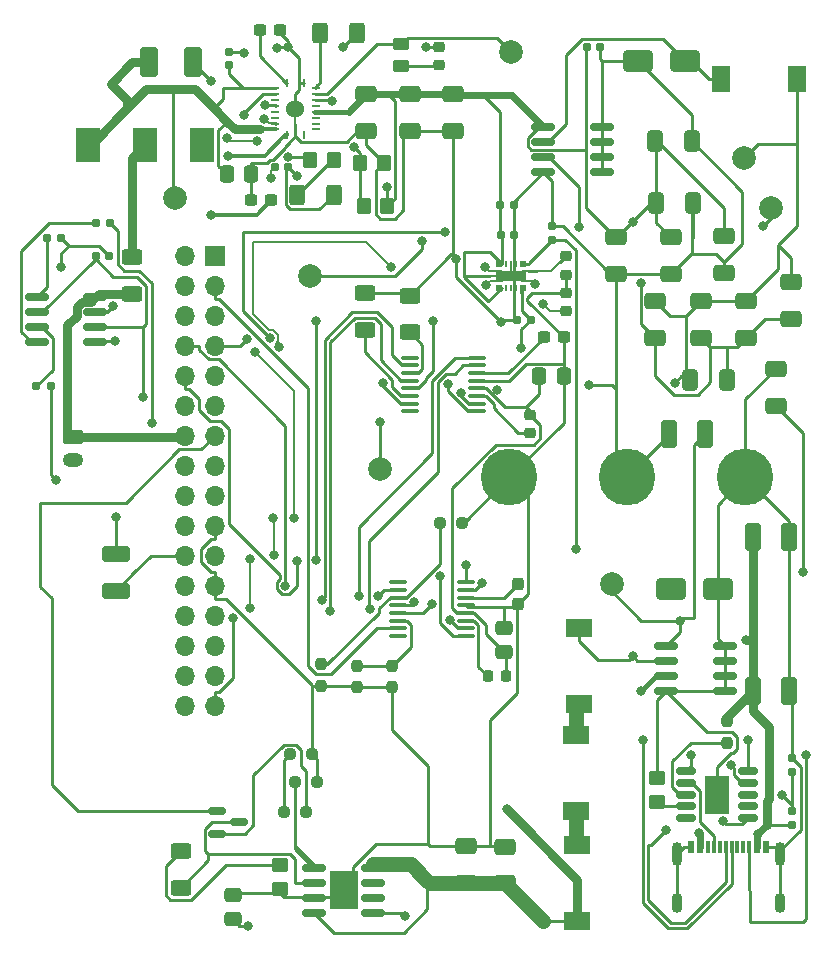
<source format=gbr>
%TF.GenerationSoftware,KiCad,Pcbnew,9.0.0*%
%TF.CreationDate,2025-05-16T05:55:15+02:00*%
%TF.ProjectId,EEE3088F Micromouse Design,45454533-3038-4384-9620-4d6963726f6d,rev?*%
%TF.SameCoordinates,Original*%
%TF.FileFunction,Copper,L1,Top*%
%TF.FilePolarity,Positive*%
%FSLAX46Y46*%
G04 Gerber Fmt 4.6, Leading zero omitted, Abs format (unit mm)*
G04 Created by KiCad (PCBNEW 9.0.0) date 2025-05-16 05:55:15*
%MOMM*%
%LPD*%
G01*
G04 APERTURE LIST*
G04 Aperture macros list*
%AMRoundRect*
0 Rectangle with rounded corners*
0 $1 Rounding radius*
0 $2 $3 $4 $5 $6 $7 $8 $9 X,Y pos of 4 corners*
0 Add a 4 corners polygon primitive as box body*
4,1,4,$2,$3,$4,$5,$6,$7,$8,$9,$2,$3,0*
0 Add four circle primitives for the rounded corners*
1,1,$1+$1,$2,$3*
1,1,$1+$1,$4,$5*
1,1,$1+$1,$6,$7*
1,1,$1+$1,$8,$9*
0 Add four rect primitives between the rounded corners*
20,1,$1+$1,$2,$3,$4,$5,0*
20,1,$1+$1,$4,$5,$6,$7,0*
20,1,$1+$1,$6,$7,$8,$9,0*
20,1,$1+$1,$8,$9,$2,$3,0*%
G04 Aperture macros list end*
%TA.AperFunction,SMDPad,CuDef*%
%ADD10RoundRect,0.250000X0.475000X-0.337500X0.475000X0.337500X-0.475000X0.337500X-0.475000X-0.337500X0*%
%TD*%
%TA.AperFunction,SMDPad,CuDef*%
%ADD11RoundRect,0.237500X0.237500X-0.250000X0.237500X0.250000X-0.237500X0.250000X-0.237500X-0.250000X0*%
%TD*%
%TA.AperFunction,SMDPad,CuDef*%
%ADD12RoundRect,0.250000X-0.625000X0.400000X-0.625000X-0.400000X0.625000X-0.400000X0.625000X0.400000X0*%
%TD*%
%TA.AperFunction,SMDPad,CuDef*%
%ADD13RoundRect,0.250000X-0.350000X-0.450000X0.350000X-0.450000X0.350000X0.450000X-0.350000X0.450000X0*%
%TD*%
%TA.AperFunction,SMDPad,CuDef*%
%ADD14RoundRect,0.250000X0.650000X-0.412500X0.650000X0.412500X-0.650000X0.412500X-0.650000X-0.412500X0*%
%TD*%
%TA.AperFunction,SMDPad,CuDef*%
%ADD15RoundRect,0.225000X0.250000X-0.225000X0.250000X0.225000X-0.250000X0.225000X-0.250000X-0.225000X0*%
%TD*%
%TA.AperFunction,SMDPad,CuDef*%
%ADD16RoundRect,0.250000X-0.475000X0.337500X-0.475000X-0.337500X0.475000X-0.337500X0.475000X0.337500X0*%
%TD*%
%TA.AperFunction,SMDPad,CuDef*%
%ADD17RoundRect,0.250000X-0.650000X0.412500X-0.650000X-0.412500X0.650000X-0.412500X0.650000X0.412500X0*%
%TD*%
%TA.AperFunction,SMDPad,CuDef*%
%ADD18R,2.200000X1.500000*%
%TD*%
%TA.AperFunction,SMDPad,CuDef*%
%ADD19RoundRect,0.160000X-0.197500X-0.160000X0.197500X-0.160000X0.197500X0.160000X-0.197500X0.160000X0*%
%TD*%
%TA.AperFunction,SMDPad,CuDef*%
%ADD20RoundRect,0.100000X-0.637500X-0.100000X0.637500X-0.100000X0.637500X0.100000X-0.637500X0.100000X0*%
%TD*%
%TA.AperFunction,ComponentPad*%
%ADD21RoundRect,0.250000X-0.625000X0.350000X-0.625000X-0.350000X0.625000X-0.350000X0.625000X0.350000X0*%
%TD*%
%TA.AperFunction,ComponentPad*%
%ADD22O,1.750000X1.200000*%
%TD*%
%TA.AperFunction,SMDPad,CuDef*%
%ADD23RoundRect,0.237500X0.300000X0.237500X-0.300000X0.237500X-0.300000X-0.237500X0.300000X-0.237500X0*%
%TD*%
%TA.AperFunction,SMDPad,CuDef*%
%ADD24C,2.000000*%
%TD*%
%TA.AperFunction,SMDPad,CuDef*%
%ADD25RoundRect,0.250000X0.625000X-0.400000X0.625000X0.400000X-0.625000X0.400000X-0.625000X-0.400000X0*%
%TD*%
%TA.AperFunction,SMDPad,CuDef*%
%ADD26RoundRect,0.155000X-0.212500X-0.155000X0.212500X-0.155000X0.212500X0.155000X-0.212500X0.155000X0*%
%TD*%
%TA.AperFunction,SMDPad,CuDef*%
%ADD27R,0.600000X0.600000*%
%TD*%
%TA.AperFunction,SMDPad,CuDef*%
%ADD28R,0.190000X0.600000*%
%TD*%
%TA.AperFunction,SMDPad,CuDef*%
%ADD29R,2.550000X0.950000*%
%TD*%
%TA.AperFunction,SMDPad,CuDef*%
%ADD30R,1.500000X2.200000*%
%TD*%
%TA.AperFunction,SMDPad,CuDef*%
%ADD31RoundRect,0.225000X-0.250000X0.225000X-0.250000X-0.225000X0.250000X-0.225000X0.250000X0.225000X0*%
%TD*%
%TA.AperFunction,SMDPad,CuDef*%
%ADD32RoundRect,0.250000X-0.450000X0.350000X-0.450000X-0.350000X0.450000X-0.350000X0.450000X0.350000X0*%
%TD*%
%TA.AperFunction,SMDPad,CuDef*%
%ADD33RoundRect,0.150000X-0.825000X-0.150000X0.825000X-0.150000X0.825000X0.150000X-0.825000X0.150000X0*%
%TD*%
%TA.AperFunction,SMDPad,CuDef*%
%ADD34RoundRect,0.250000X0.412500X0.925000X-0.412500X0.925000X-0.412500X-0.925000X0.412500X-0.925000X0*%
%TD*%
%TA.AperFunction,SMDPad,CuDef*%
%ADD35RoundRect,0.250000X1.000000X0.650000X-1.000000X0.650000X-1.000000X-0.650000X1.000000X-0.650000X0*%
%TD*%
%TA.AperFunction,SMDPad,CuDef*%
%ADD36RoundRect,0.250000X-1.000000X-0.650000X1.000000X-0.650000X1.000000X0.650000X-1.000000X0.650000X0*%
%TD*%
%TA.AperFunction,SMDPad,CuDef*%
%ADD37RoundRect,0.225000X0.225000X0.250000X-0.225000X0.250000X-0.225000X-0.250000X0.225000X-0.250000X0*%
%TD*%
%TA.AperFunction,SMDPad,CuDef*%
%ADD38RoundRect,0.250000X-0.412500X-0.650000X0.412500X-0.650000X0.412500X0.650000X-0.412500X0.650000X0*%
%TD*%
%TA.AperFunction,SMDPad,CuDef*%
%ADD39RoundRect,0.250000X0.450000X-0.262500X0.450000X0.262500X-0.450000X0.262500X-0.450000X-0.262500X0*%
%TD*%
%TA.AperFunction,SMDPad,CuDef*%
%ADD40RoundRect,0.250001X-0.499999X-0.999999X0.499999X-0.999999X0.499999X0.999999X-0.499999X0.999999X0*%
%TD*%
%TA.AperFunction,SMDPad,CuDef*%
%ADD41RoundRect,0.160000X0.160000X-0.197500X0.160000X0.197500X-0.160000X0.197500X-0.160000X-0.197500X0*%
%TD*%
%TA.AperFunction,SMDPad,CuDef*%
%ADD42RoundRect,0.250000X-0.412500X-0.925000X0.412500X-0.925000X0.412500X0.925000X-0.412500X0.925000X0*%
%TD*%
%TA.AperFunction,SMDPad,CuDef*%
%ADD43RoundRect,0.250000X0.337500X0.475000X-0.337500X0.475000X-0.337500X-0.475000X0.337500X-0.475000X0*%
%TD*%
%TA.AperFunction,SMDPad,CuDef*%
%ADD44RoundRect,0.237500X-0.237500X0.250000X-0.237500X-0.250000X0.237500X-0.250000X0.237500X0.250000X0*%
%TD*%
%TA.AperFunction,SMDPad,CuDef*%
%ADD45RoundRect,0.250000X0.400000X0.625000X-0.400000X0.625000X-0.400000X-0.625000X0.400000X-0.625000X0*%
%TD*%
%TA.AperFunction,SMDPad,CuDef*%
%ADD46R,0.244000X0.700000*%
%TD*%
%TA.AperFunction,SMDPad,CuDef*%
%ADD47R,0.700000X0.244000*%
%TD*%
%TA.AperFunction,SMDPad,CuDef*%
%ADD48C,1.524000*%
%TD*%
%TA.AperFunction,SMDPad,CuDef*%
%ADD49RoundRect,0.150000X-0.587500X-0.150000X0.587500X-0.150000X0.587500X0.150000X-0.587500X0.150000X0*%
%TD*%
%TA.AperFunction,SMDPad,CuDef*%
%ADD50RoundRect,0.155000X0.212500X0.155000X-0.212500X0.155000X-0.212500X-0.155000X0.212500X-0.155000X0*%
%TD*%
%TA.AperFunction,SMDPad,CuDef*%
%ADD51RoundRect,0.250000X-0.337500X-0.475000X0.337500X-0.475000X0.337500X0.475000X-0.337500X0.475000X0*%
%TD*%
%TA.AperFunction,SMDPad,CuDef*%
%ADD52RoundRect,0.250000X0.350000X0.450000X-0.350000X0.450000X-0.350000X-0.450000X0.350000X-0.450000X0*%
%TD*%
%TA.AperFunction,ComponentPad*%
%ADD53R,2.000000X3.000000*%
%TD*%
%TA.AperFunction,SMDPad,CuDef*%
%ADD54RoundRect,0.237500X-0.250000X-0.237500X0.250000X-0.237500X0.250000X0.237500X-0.250000X0.237500X0*%
%TD*%
%TA.AperFunction,SMDPad,CuDef*%
%ADD55RoundRect,0.237500X0.237500X-0.300000X0.237500X0.300000X-0.237500X0.300000X-0.237500X-0.300000X0*%
%TD*%
%TA.AperFunction,HeatsinkPad*%
%ADD56R,2.410000X3.300000*%
%TD*%
%TA.AperFunction,SMDPad,CuDef*%
%ADD57RoundRect,0.237500X0.250000X0.237500X-0.250000X0.237500X-0.250000X-0.237500X0.250000X-0.237500X0*%
%TD*%
%TA.AperFunction,ComponentPad*%
%ADD58R,1.700000X1.700000*%
%TD*%
%TA.AperFunction,ComponentPad*%
%ADD59O,1.700000X1.700000*%
%TD*%
%TA.AperFunction,SMDPad,CuDef*%
%ADD60RoundRect,0.155000X0.155000X-0.212500X0.155000X0.212500X-0.155000X0.212500X-0.155000X-0.212500X0*%
%TD*%
%TA.AperFunction,SMDPad,CuDef*%
%ADD61R,0.600000X1.140000*%
%TD*%
%TA.AperFunction,SMDPad,CuDef*%
%ADD62R,0.300000X1.140000*%
%TD*%
%TA.AperFunction,ComponentPad*%
%ADD63O,0.900000X2.000000*%
%TD*%
%TA.AperFunction,ComponentPad*%
%ADD64O,0.900000X1.700000*%
%TD*%
%TA.AperFunction,SMDPad,CuDef*%
%ADD65RoundRect,0.250000X-0.925000X0.412500X-0.925000X-0.412500X0.925000X-0.412500X0.925000X0.412500X0*%
%TD*%
%TA.AperFunction,SMDPad,CuDef*%
%ADD66RoundRect,0.150000X0.687500X0.150000X-0.687500X0.150000X-0.687500X-0.150000X0.687500X-0.150000X0*%
%TD*%
%TA.AperFunction,HeatsinkPad*%
%ADD67R,2.100000X3.300000*%
%TD*%
%TA.AperFunction,SMDPad,CuDef*%
%ADD68RoundRect,0.155000X-0.155000X0.212500X-0.155000X-0.212500X0.155000X-0.212500X0.155000X0.212500X0*%
%TD*%
%TA.AperFunction,ViaPad*%
%ADD69C,0.800000*%
%TD*%
%TA.AperFunction,ViaPad*%
%ADD70C,4.800000*%
%TD*%
%TA.AperFunction,Conductor*%
%ADD71C,0.250000*%
%TD*%
%TA.AperFunction,Conductor*%
%ADD72C,0.140000*%
%TD*%
%TA.AperFunction,Conductor*%
%ADD73C,0.600000*%
%TD*%
%TA.AperFunction,Conductor*%
%ADD74C,0.450000*%
%TD*%
%TA.AperFunction,Conductor*%
%ADD75C,0.189800*%
%TD*%
%TA.AperFunction,Conductor*%
%ADD76C,0.760000*%
%TD*%
%TA.AperFunction,Conductor*%
%ADD77C,0.300000*%
%TD*%
%TA.AperFunction,Conductor*%
%ADD78C,0.180000*%
%TD*%
%TA.AperFunction,Conductor*%
%ADD79C,0.240200*%
%TD*%
%TA.AperFunction,Conductor*%
%ADD80C,1.270000*%
%TD*%
%TA.AperFunction,Conductor*%
%ADD81C,0.400000*%
%TD*%
G04 APERTURE END LIST*
D10*
%TO.P,C44,1*%
%TO.N,/V_Battery+*%
X78306000Y-146349000D03*
%TO.P,C44,2*%
%TO.N,GND*%
X78306000Y-144274000D03*
%TD*%
D11*
%TO.P,R18,1*%
%TO.N,Net-(U9-VBUS)*%
X120206000Y-131386500D03*
%TO.P,R18,2*%
%TO.N,/HV*%
X120206000Y-129561500D03*
%TD*%
D12*
%TO.P,R1,1*%
%TO.N,Net-(SW1-B)*%
X69806000Y-90274000D03*
%TO.P,R1,2*%
%TO.N,/V_Battery+*%
X69806000Y-93374000D03*
%TD*%
D13*
%TO.P,R4,1*%
%TO.N,Net-(U3-FSW)*%
X84906000Y-82074000D03*
%TO.P,R4,2*%
%TO.N,Net-(R21-Pad2)*%
X86906000Y-82074000D03*
%TD*%
D14*
%TO.P,C15,1*%
%TO.N,/Stepped Down 5V*%
X101406000Y-143299000D03*
%TO.P,C15,2*%
%TO.N,GND*%
X101406000Y-140174000D03*
%TD*%
D15*
%TO.P,C19,1*%
%TO.N,Net-(C19-Pad1)*%
X95806000Y-74049000D03*
%TO.P,C19,2*%
%TO.N,GND*%
X95806000Y-72499000D03*
%TD*%
D16*
%TO.P,C41,1*%
%TO.N,GND*%
X101306000Y-121636500D03*
%TO.P,C41,2*%
%TO.N,/V_Battery+*%
X101306000Y-123711500D03*
%TD*%
D17*
%TO.P,C22,1*%
%TO.N,/5V Out*%
X97006000Y-76474000D03*
%TO.P,C22,2*%
%TO.N,GND*%
X97006000Y-79599000D03*
%TD*%
D14*
%TO.P,C56,1*%
%TO.N,/Stepped Down 5V*%
X124306000Y-102836500D03*
%TO.P,C56,2*%
%TO.N,GND*%
X124306000Y-99711500D03*
%TD*%
D18*
%TO.P,L3,1,1*%
%TO.N,Net-(D3-K)*%
X107606000Y-121674000D03*
%TO.P,L3,2,2*%
%TO.N,Net-(L3-Pad2)*%
X107606000Y-128074000D03*
%TD*%
D17*
%TO.P,C20,1*%
%TO.N,/5V Out*%
X89606000Y-76474000D03*
%TO.P,C20,2*%
%TO.N,GND*%
X89606000Y-79599000D03*
%TD*%
D13*
%TO.P,R8,1*%
%TO.N,/FB*%
X89406000Y-85974000D03*
%TO.P,R8,2*%
%TO.N,/5V Out*%
X91406000Y-85974000D03*
%TD*%
D19*
%TO.P,R2,1*%
%TO.N,Net-(U1-A1)*%
X62608500Y-88674000D03*
%TO.P,R2,2*%
%TO.N,/5V Out*%
X63803500Y-88674000D03*
%TD*%
D20*
%TO.P,U11,1,~{SLEEP}*%
%TO.N,unconnected-(U11-~{SLEEP}-Pad1)*%
X93306000Y-98774000D03*
%TO.P,U11,2,AOUT1*%
%TO.N,/MOTOR1_A_OUT*%
X93306000Y-99424000D03*
%TO.P,U11,3,AISEN*%
%TO.N,Net-(U11-AISEN)*%
X93306000Y-100074000D03*
%TO.P,U11,4,AOUT2*%
%TO.N,/MOTOR1_B_OUT*%
X93306000Y-100724000D03*
%TO.P,U11,5,BOUT2*%
%TO.N,/Motor2_B_OUT*%
X93306000Y-101374000D03*
%TO.P,U11,6,BISEN*%
%TO.N,Net-(U11-BISEN)*%
X93306000Y-102024000D03*
%TO.P,U11,7,BOUT1*%
%TO.N,/Motor2_A_OUT*%
X93306000Y-102674000D03*
%TO.P,U11,8,~{FAULT}*%
%TO.N,unconnected-(U11-~{FAULT}-Pad8)*%
X93306000Y-103324000D03*
%TO.P,U11,9,BIN1*%
%TO.N,/MOTOR2_CTRL1*%
X99031000Y-103324000D03*
%TO.P,U11,10,BIN2*%
%TO.N,/MOTOR2_CTRL2*%
X99031000Y-102674000D03*
%TO.P,U11,11,VCP*%
%TO.N,Net-(U11-VCP)*%
X99031000Y-102024000D03*
%TO.P,U11,12,VM*%
%TO.N,/V_Battery+*%
X99031000Y-101374000D03*
%TO.P,U11,13,GND*%
%TO.N,GND*%
X99031000Y-100724000D03*
%TO.P,U11,14,VINT*%
%TO.N,Net-(U11-VINT)*%
X99031000Y-100074000D03*
%TO.P,U11,15,AIN2*%
%TO.N,/MOTOR1_CTRL2*%
X99031000Y-99424000D03*
%TO.P,U11,16,AIN1*%
%TO.N,/MOTOR1_CTRL1*%
X99031000Y-98774000D03*
%TD*%
D17*
%TO.P,C47,1*%
%TO.N,/5V Out*%
X115406000Y-88611500D03*
%TO.P,C47,2*%
%TO.N,GND*%
X115406000Y-91736500D03*
%TD*%
D21*
%TO.P,J2,1,Pin_1*%
%TO.N,/V_Battery+*%
X64816000Y-105464000D03*
D22*
%TO.P,J2,2,Pin_2*%
%TO.N,GND*%
X64816000Y-107464000D03*
%TD*%
D23*
%TO.P,C29,1*%
%TO.N,GND*%
X106368500Y-97074000D03*
%TO.P,C29,2*%
%TO.N,Net-(U11-VINT)*%
X104643500Y-97074000D03*
%TD*%
D24*
%TO.P,ind1,1,1*%
%TO.N,Net-(U3-SW_4)*%
X84906000Y-91874000D03*
%TD*%
D25*
%TO.P,R27,1*%
%TO.N,Net-(Q2-D)*%
X73906000Y-143674000D03*
%TO.P,R27,2*%
%TO.N,Net-(R27-Pad2)*%
X73906000Y-140574000D03*
%TD*%
D26*
%TO.P,C1,1*%
%TO.N,/5V Out*%
X108306000Y-72474000D03*
%TO.P,C1,2*%
%TO.N,GND*%
X109441000Y-72474000D03*
%TD*%
%TO.P,C34,1*%
%TO.N,GND*%
X102401000Y-95574000D03*
%TO.P,C34,2*%
%TO.N,/EXT_LOAD2_OUT*%
X103536000Y-95574000D03*
%TD*%
D27*
%TO.P,U13,1*%
%TO.N,N/C*%
X100893500Y-92874000D03*
D28*
%TO.P,U13,3,EN1*%
%TO.N,/CTRL_EXT_LOAD1*%
X101493500Y-92874000D03*
%TO.P,U13,4,VBIAS*%
%TO.N,/5V Out*%
X101893500Y-92874000D03*
%TO.P,U13,5,EN2*%
%TO.N,/CTRL_EXT_LOAD2*%
X102293500Y-92874000D03*
D27*
%TO.P,U13,6*%
%TO.N,N/C*%
X102893500Y-92874000D03*
%TO.P,U13,8*%
X102893500Y-90874000D03*
D28*
%TO.P,U13,10,SS2*%
%TO.N,Net-(U13-SS2)*%
X102293500Y-90874000D03*
%TO.P,U13,11,GND*%
%TO.N,GND*%
X101893500Y-90874000D03*
%TO.P,U13,12,SS1*%
%TO.N,Net-(U13-SS1)*%
X101493500Y-90874000D03*
D27*
%TO.P,U13,14*%
%TO.N,N/C*%
X100893500Y-90874000D03*
D29*
%TO.P,U13,15,EXP*%
%TO.N,GND*%
X101893500Y-91874000D03*
%TD*%
D30*
%TO.P,L6,1,1*%
%TO.N,Net-(D4-K)*%
X119706000Y-75174000D03*
%TO.P,L6,2,2*%
%TO.N,/3.3V Out*%
X126106000Y-75174000D03*
%TD*%
D14*
%TO.P,C14,1*%
%TO.N,/Stepped Down 5V*%
X98106000Y-143274000D03*
%TO.P,C14,2*%
%TO.N,GND*%
X98106000Y-140149000D03*
%TD*%
D31*
%TO.P,C35,1*%
%TO.N,Net-(U13-SS1)*%
X106568500Y-90199000D03*
%TO.P,C35,2*%
%TO.N,GND*%
X106568500Y-91749000D03*
%TD*%
D32*
%TO.P,R16,1*%
%TO.N,GND*%
X114206000Y-134374000D03*
%TO.P,R16,2*%
%TO.N,Net-(U9-CFG1)*%
X114206000Y-136374000D03*
%TD*%
D33*
%TO.P,U14,1,VIN*%
%TO.N,/HV*%
X115031000Y-123174000D03*
%TO.P,U14,2,OUT*%
%TO.N,Net-(D3-K)*%
X115031000Y-124444000D03*
%TO.P,U14,3,FB*%
%TO.N,/Stepped Down 5V*%
X115031000Y-125714000D03*
%TO.P,U14,4,~{EN}*%
%TO.N,GND*%
X115031000Y-126984000D03*
%TO.P,U14,5,GND*%
X119981000Y-126984000D03*
%TO.P,U14,6,GND*%
X119981000Y-125714000D03*
%TO.P,U14,7,GND*%
X119981000Y-124444000D03*
%TO.P,U14,8,GND*%
X119981000Y-123174000D03*
%TD*%
D25*
%TO.P,R35,1*%
%TO.N,Net-(U11-AISEN)*%
X93306000Y-96624000D03*
%TO.P,R35,2*%
%TO.N,GND*%
X93306000Y-93524000D03*
%TD*%
D34*
%TO.P,C50,1*%
%TO.N,GND*%
X125443500Y-113979000D03*
%TO.P,C50,2*%
%TO.N,/HV*%
X122368500Y-113979000D03*
%TD*%
D35*
%TO.P,D4,1,K*%
%TO.N,Net-(D4-K)*%
X116606000Y-73674000D03*
%TO.P,D4,2,A*%
%TO.N,GND*%
X112606000Y-73674000D03*
%TD*%
D36*
%TO.P,D3,1,K*%
%TO.N,Net-(D3-K)*%
X115406000Y-118379000D03*
%TO.P,D3,2,A*%
%TO.N,GND*%
X119406000Y-118379000D03*
%TD*%
D24*
%TO.P,ind2,1,1*%
%TO.N,/Vcc*%
X73406000Y-85274000D03*
%TD*%
D33*
%TO.P,U2,1,VIN*%
%TO.N,/5V Out*%
X104631000Y-79269000D03*
%TO.P,U2,2,OUT*%
%TO.N,Net-(D4-K)*%
X104631000Y-80539000D03*
%TO.P,U2,3,FB*%
%TO.N,Net-(U2-FB)*%
X104631000Y-81809000D03*
%TO.P,U2,4,~{EN}*%
%TO.N,GND*%
X104631000Y-83079000D03*
%TO.P,U2,5,GND*%
X109581000Y-83079000D03*
%TO.P,U2,6,GND*%
X109581000Y-81809000D03*
%TO.P,U2,7,GND*%
X109581000Y-80539000D03*
%TO.P,U2,8,GND*%
X109581000Y-79269000D03*
%TD*%
D37*
%TO.P,C30,1*%
%TO.N,/V_Battery+*%
X101481000Y-125774000D03*
%TO.P,C30,2*%
%TO.N,Net-(U12-VCP)*%
X99931000Y-125774000D03*
%TD*%
D38*
%TO.P,C46,1*%
%TO.N,/5V Out*%
X114081000Y-80474000D03*
%TO.P,C46,2*%
%TO.N,GND*%
X117206000Y-80474000D03*
%TD*%
D39*
%TO.P,R6,1*%
%TO.N,Net-(C19-Pad1)*%
X92606000Y-74086500D03*
%TO.P,R6,2*%
%TO.N,Net-(U3-COMP)*%
X92606000Y-72261500D03*
%TD*%
D40*
%TO.P,L2,1,1*%
%TO.N,/Vcc*%
X71256000Y-73774000D03*
%TO.P,L2,2,2*%
%TO.N,Net-(U3-SW_4)*%
X74956000Y-73774000D03*
%TD*%
D26*
%TO.P,C27,1*%
%TO.N,/5V Out*%
X101001000Y-88374000D03*
%TO.P,C27,2*%
%TO.N,GND*%
X102136000Y-88374000D03*
%TD*%
D17*
%TO.P,C53,1*%
%TO.N,/3.3V Out*%
X121806000Y-94011500D03*
%TO.P,C53,2*%
%TO.N,Net-(U2-FB)*%
X121806000Y-97136500D03*
%TD*%
D41*
%TO.P,R15,1*%
%TO.N,/HV*%
X125706000Y-138371500D03*
%TO.P,R15,2*%
%TO.N,Net-(U9-VDD)*%
X125706000Y-137176500D03*
%TD*%
D38*
%TO.P,C40,1*%
%TO.N,/5V Out*%
X114143500Y-85674000D03*
%TO.P,C40,2*%
%TO.N,GND*%
X117268500Y-85674000D03*
%TD*%
D17*
%TO.P,C42,1*%
%TO.N,/3.3V Out*%
X118006000Y-94011500D03*
%TO.P,C42,2*%
%TO.N,Net-(U2-FB)*%
X118006000Y-97136500D03*
%TD*%
D42*
%TO.P,C49,1*%
%TO.N,GND*%
X115268500Y-105274000D03*
%TO.P,C49,2*%
%TO.N,/HV*%
X118343500Y-105274000D03*
%TD*%
D43*
%TO.P,C45,1*%
%TO.N,GND*%
X106343500Y-100374000D03*
%TO.P,C45,2*%
%TO.N,/V_Battery+*%
X104268500Y-100374000D03*
%TD*%
D44*
%TO.P,R29,1*%
%TO.N,Net-(U12-BISEN)*%
X91806000Y-124861500D03*
%TO.P,R29,2*%
%TO.N,GND*%
X91806000Y-126686500D03*
%TD*%
D23*
%TO.P,C18,1*%
%TO.N,Net-(U3-SS)*%
X81606000Y-85474000D03*
%TO.P,C18,2*%
%TO.N,GND*%
X79881000Y-85474000D03*
%TD*%
D24*
%TO.P,Comp1,1,1*%
%TO.N,Net-(U3-COMP)*%
X101906000Y-72874000D03*
%TD*%
D26*
%TO.P,C17,1*%
%TO.N,Net-(U3-BOOT)*%
X81871000Y-82674000D03*
%TO.P,C17,2*%
%TO.N,Net-(U3-SW_4)*%
X83006000Y-82674000D03*
%TD*%
D25*
%TO.P,R26,1*%
%TO.N,Net-(U11-BISEN)*%
X89506000Y-96424000D03*
%TO.P,R26,2*%
%TO.N,GND*%
X89506000Y-93324000D03*
%TD*%
D19*
%TO.P,R9,1*%
%TO.N,Net-(U1-SDA)*%
X61706000Y-101174000D03*
%TO.P,R9,2*%
%TO.N,/SDA_INA219*%
X62901000Y-101174000D03*
%TD*%
D45*
%TO.P,R21,1*%
%TO.N,Net-(U3-SW_4)*%
X86906000Y-84974000D03*
%TO.P,R21,2*%
%TO.N,Net-(R21-Pad2)*%
X83806000Y-84974000D03*
%TD*%
D26*
%TO.P,C51,1*%
%TO.N,GND*%
X66706000Y-90174000D03*
%TO.P,C51,2*%
%TO.N,/5V Out*%
X67841000Y-90174000D03*
%TD*%
D46*
%TO.P,U3,1,VCC*%
%TO.N,Net-(U3-VCC)*%
X82880500Y-75526500D03*
D47*
%TO.P,U3,2,EN*%
%TO.N,/Vcc*%
X81903500Y-75963500D03*
%TO.P,U3,3,FSW*%
%TO.N,Net-(U3-FSW)*%
X81903500Y-76463500D03*
%TO.P,U3,4,SW_7*%
%TO.N,unconnected-(U3-SW_7-Pad4)*%
X81903500Y-76963500D03*
%TO.P,U3,5,SW_4*%
%TO.N,Net-(U3-SW_4)*%
X81903500Y-77463500D03*
%TO.P,U3,6,SW_5*%
%TO.N,unconnected-(U3-SW_5-Pad6)*%
X81903500Y-77963500D03*
%TO.P,U3,7,SW_6*%
%TO.N,unconnected-(U3-SW_6-Pad7)*%
X81903500Y-78463500D03*
%TO.P,U3,8,BOOT*%
%TO.N,Net-(U3-BOOT)*%
X81903500Y-78963500D03*
%TO.P,U3,9,VIN*%
%TO.N,/Vcc*%
X81903500Y-79463500D03*
D46*
%TO.P,U3,10,SS*%
%TO.N,Net-(U3-SS)*%
X82880500Y-79896500D03*
%TO.P,U3,11,NC_11*%
%TO.N,unconnected-(U3-NC_11-Pad11)*%
X84380500Y-79896500D03*
D47*
%TO.P,U3,12,NC_12*%
%TO.N,unconnected-(U3-NC_12-Pad12)*%
X85357500Y-79463500D03*
%TO.P,U3,13,MODE*%
%TO.N,unconnected-(U3-MODE-Pad13)*%
X85357500Y-78963500D03*
%TO.P,U3,14,VOUT_16*%
%TO.N,unconnected-(U3-VOUT_16-Pad14)*%
X85357500Y-78463500D03*
%TO.P,U3,15,VOUT_14*%
%TO.N,/5V Out*%
X85357500Y-77963500D03*
%TO.P,U3,16,VOUT_15*%
%TO.N,unconnected-(U3-VOUT_15-Pad16)*%
X85357500Y-77463500D03*
%TO.P,U3,17,FB*%
%TO.N,/FB*%
X85357500Y-76963500D03*
%TO.P,U3,18,COMP*%
%TO.N,Net-(U3-COMP)*%
X85357500Y-76463500D03*
%TO.P,U3,19,ILIM*%
%TO.N,Net-(U3-ILIM)*%
X85357500Y-75963500D03*
D46*
%TO.P,U3,20,AGND*%
%TO.N,GND*%
X84380500Y-75526500D03*
D48*
%TO.P,U3,21,PGND*%
X83631000Y-77711500D03*
%TD*%
D18*
%TO.P,L5,1,1*%
%TO.N,Net-(L4-Pad2)*%
X107506000Y-140074000D03*
%TO.P,L5,2,2*%
%TO.N,/Stepped Down 5V*%
X107506000Y-146474000D03*
%TD*%
D24*
%TO.P,TP17,1,1*%
%TO.N,/5V Out*%
X123906000Y-86074000D03*
%TD*%
D17*
%TO.P,C38,1*%
%TO.N,/5V Out*%
X119906000Y-88511500D03*
%TO.P,C38,2*%
%TO.N,GND*%
X119906000Y-91636500D03*
%TD*%
D49*
%TO.P,Q2,1,G*%
%TO.N,/FAST_CHARGE_CTRL*%
X77006000Y-137174000D03*
%TO.P,Q2,2,S*%
%TO.N,Net-(Q2-S)*%
X77006000Y-139074000D03*
%TO.P,Q2,3,D*%
%TO.N,Net-(Q2-D)*%
X78881000Y-138124000D03*
%TD*%
D23*
%TO.P,C52,1*%
%TO.N,GND*%
X82331000Y-71074000D03*
%TO.P,C52,2*%
%TO.N,Net-(U3-VCC)*%
X80606000Y-71074000D03*
%TD*%
D50*
%TO.P,C32,1*%
%TO.N,GND*%
X102103500Y-85874000D03*
%TO.P,C32,2*%
%TO.N,/5V Out*%
X100968500Y-85874000D03*
%TD*%
D51*
%TO.P,C39,1*%
%TO.N,/Vcc*%
X77831000Y-83274000D03*
%TO.P,C39,2*%
%TO.N,GND*%
X79906000Y-83274000D03*
%TD*%
D17*
%TO.P,C37,1*%
%TO.N,/5V Out*%
X110806000Y-88611500D03*
%TO.P,C37,2*%
%TO.N,GND*%
X110806000Y-91736500D03*
%TD*%
D52*
%TO.P,R7,1*%
%TO.N,GND*%
X91106000Y-82274000D03*
%TO.P,R7,2*%
%TO.N,/FB*%
X89106000Y-82274000D03*
%TD*%
D53*
%TO.P,SW1,1,A*%
%TO.N,/Vcc*%
X66106000Y-80774000D03*
%TO.P,SW1,2,B*%
%TO.N,Net-(SW1-B)*%
X70906000Y-80774000D03*
%TO.P,SW1,3,C*%
%TO.N,unconnected-(SW1-C-Pad3)*%
X75706000Y-80774000D03*
%TD*%
D33*
%TO.P,U1,1,A1*%
%TO.N,Net-(U1-A1)*%
X61731000Y-93669000D03*
%TO.P,U1,2,A0*%
%TO.N,GND*%
X61731000Y-94939000D03*
%TO.P,U1,3,SDA*%
%TO.N,Net-(U1-SDA)*%
X61731000Y-96209000D03*
%TO.P,U1,4,SCL*%
%TO.N,Net-(U1-SCL)*%
X61731000Y-97479000D03*
%TO.P,U1,5,VS*%
%TO.N,/5V Out*%
X66681000Y-97479000D03*
%TO.P,U1,6,GND*%
%TO.N,GND*%
X66681000Y-96209000D03*
%TO.P,U1,7,IN-*%
%TO.N,Net-(SW1-B)*%
X66681000Y-94939000D03*
%TO.P,U1,8,IN+*%
%TO.N,/V_Battery+*%
X66681000Y-93669000D03*
%TD*%
D19*
%TO.P,R3,1*%
%TO.N,Net-(U1-SCL)*%
X66708500Y-87374000D03*
%TO.P,R3,2*%
%TO.N,/SCLK_INA219*%
X67903500Y-87374000D03*
%TD*%
D54*
%TO.P,R34,1*%
%TO.N,Net-(R33-Pad2)*%
X83181000Y-132374000D03*
%TO.P,R34,2*%
%TO.N,GND*%
X85006000Y-132374000D03*
%TD*%
D15*
%TO.P,C36,1*%
%TO.N,Net-(U13-SS2)*%
X106568500Y-94849000D03*
%TO.P,C36,2*%
%TO.N,GND*%
X106568500Y-93299000D03*
%TD*%
D55*
%TO.P,C31,1*%
%TO.N,GND*%
X102506000Y-119636500D03*
%TO.P,C31,2*%
%TO.N,Net-(U12-VINT)*%
X102506000Y-117911500D03*
%TD*%
D17*
%TO.P,C43,1*%
%TO.N,/3.3V Out*%
X114106000Y-94011500D03*
%TO.P,C43,2*%
%TO.N,Net-(U2-FB)*%
X114106000Y-97136500D03*
%TD*%
D44*
%TO.P,R30,1*%
%TO.N,Net-(U12-BISEN)*%
X88806000Y-124861500D03*
%TO.P,R30,2*%
%TO.N,GND*%
X88806000Y-126686500D03*
%TD*%
D33*
%TO.P,U15,1,TEMP*%
%TO.N,Net-(U15-TEMP)*%
X85231000Y-141969000D03*
%TO.P,U15,2,PROG*%
%TO.N,Net-(Q2-D)*%
X85231000Y-143239000D03*
%TO.P,U15,3,GND*%
%TO.N,GND*%
X85231000Y-144509000D03*
%TO.P,U15,4,V_{CC}*%
%TO.N,/Stepped Down 5V*%
X85231000Y-145779000D03*
%TO.P,U15,5,BAT*%
%TO.N,/V_Battery+*%
X90181000Y-145779000D03*
%TO.P,U15,6,~{STDBY}*%
%TO.N,unconnected-(U15-~{STDBY}-Pad6)*%
X90181000Y-144509000D03*
%TO.P,U15,7,~{CHRG}*%
%TO.N,unconnected-(U15-~{CHRG}-Pad7)*%
X90181000Y-143239000D03*
%TO.P,U15,8,CE*%
%TO.N,/Stepped Down 5V*%
X90181000Y-141969000D03*
D56*
%TO.P,U15,9,EPAD*%
%TO.N,GND*%
X87706000Y-143874000D03*
%TD*%
D57*
%TO.P,R19,1*%
%TO.N,GND*%
X85431000Y-134674000D03*
%TO.P,R19,2*%
%TO.N,Net-(U15-TEMP)*%
X83606000Y-134674000D03*
%TD*%
D18*
%TO.P,L4,1,1*%
%TO.N,Net-(L3-Pad2)*%
X107406000Y-130774000D03*
%TO.P,L4,2,2*%
%TO.N,Net-(L4-Pad2)*%
X107406000Y-137174000D03*
%TD*%
D34*
%TO.P,C26,1*%
%TO.N,GND*%
X125443500Y-127029000D03*
%TO.P,C26,2*%
%TO.N,/HV*%
X122368500Y-127029000D03*
%TD*%
D24*
%TO.P,HV1,1,1*%
%TO.N,/HV*%
X110406000Y-117974000D03*
%TD*%
D17*
%TO.P,C54,1*%
%TO.N,/3.3V Out*%
X125606000Y-92411500D03*
%TO.P,C54,2*%
%TO.N,Net-(U2-FB)*%
X125606000Y-95536500D03*
%TD*%
D38*
%TO.P,C55,1*%
%TO.N,/3.3V Out*%
X117043500Y-100674000D03*
%TO.P,C55,2*%
%TO.N,Net-(U2-FB)*%
X120168500Y-100674000D03*
%TD*%
D58*
%TO.P,J1,1,Pin_1*%
%TO.N,/Motor2_B_OUT*%
X76836000Y-90144000D03*
D59*
%TO.P,J1,2,Pin_2*%
%TO.N,/Motor2_A_OUT*%
X74296000Y-90144000D03*
%TO.P,J1,3,Pin_3*%
%TO.N,/Motor4_A_OUT*%
X76836000Y-92684000D03*
%TO.P,J1,4,Pin_4*%
%TO.N,/MOTOR2_CTRL1*%
X74296000Y-92684000D03*
%TO.P,J1,5,Pin_5*%
%TO.N,/Motor4_B_OUT*%
X76836000Y-95224000D03*
%TO.P,J1,6,Pin_6*%
%TO.N,/MOTOR2_CTRL2*%
X74296000Y-95224000D03*
%TO.P,J1,7,Pin_7*%
%TO.N,/CTRL_EXT_LOAD2*%
X76836000Y-97764000D03*
%TO.P,J1,8,Pin_8*%
%TO.N,/MOTOR4_CTRL1*%
X74296000Y-97764000D03*
%TO.P,J1,9,Pin_9*%
%TO.N,unconnected-(J1-Pin_9-Pad9)*%
X76836000Y-100304000D03*
%TO.P,J1,10,Pin_10*%
%TO.N,/MOTOR4_CTRL2*%
X74296000Y-100304000D03*
%TO.P,J1,11,Pin_11*%
%TO.N,/EXT_LOAD2_OUT*%
X76836000Y-102844000D03*
%TO.P,J1,12,Pin_12*%
%TO.N,unconnected-(J1-Pin_12-Pad12)*%
X74296000Y-102844000D03*
%TO.P,J1,13,Pin_13*%
%TO.N,/FAST_CHARGE_CTRL*%
X76836000Y-105384000D03*
%TO.P,J1,14,Pin_14*%
%TO.N,/V_Battery+*%
X74296000Y-105384000D03*
%TO.P,J1,15,Pin_15*%
%TO.N,unconnected-(J1-Pin_15-Pad15)*%
X76836000Y-107924000D03*
%TO.P,J1,16,Pin_16*%
%TO.N,/SCLK_INA219*%
X74296000Y-107924000D03*
%TO.P,J1,17,Pin_17*%
%TO.N,/SDA_INA219*%
X76836000Y-110464000D03*
%TO.P,J1,18,Pin_18*%
%TO.N,/3.3V Out*%
X74296000Y-110464000D03*
%TO.P,J1,19,Pin_19*%
%TO.N,GND*%
X76836000Y-113004000D03*
%TO.P,J1,20,Pin_20*%
%TO.N,/5V Out*%
X74296000Y-113004000D03*
%TO.P,J1,21,Pin_21*%
%TO.N,/EXT_LOAD1_OUT*%
X76836000Y-115544000D03*
%TO.P,J1,22,Pin_22*%
%TO.N,/HV*%
X74296000Y-115544000D03*
%TO.P,J1,23,Pin_23*%
%TO.N,GND*%
X76836000Y-118084000D03*
%TO.P,J1,24,Pin_24*%
%TO.N,/MOTOR3_CTRL1*%
X74296000Y-118084000D03*
%TO.P,J1,25,Pin_25*%
%TO.N,/CTRL_EXT_LOAD1*%
X76836000Y-120624000D03*
%TO.P,J1,26,Pin_26*%
%TO.N,/MOTOR3_CTRL2*%
X74296000Y-120624000D03*
%TO.P,J1,27,Pin_27*%
%TO.N,/MOTOR3_A_OUT*%
X76836000Y-123164000D03*
%TO.P,J1,28,Pin_28*%
%TO.N,/MOTOR1_CTRL1*%
X74296000Y-123164000D03*
%TO.P,J1,29,Pin_29*%
%TO.N,/MOTOR3_B_OUT*%
X76836000Y-125704000D03*
%TO.P,J1,30,Pin_30*%
%TO.N,/MOTOR1_CTRL2*%
X74296000Y-125704000D03*
%TO.P,J1,31,Pin_31*%
%TO.N,/MOTOR1_B_OUT*%
X76836000Y-128244000D03*
%TO.P,J1,32,Pin_32*%
%TO.N,/MOTOR1_A_OUT*%
X74296000Y-128244000D03*
%TD*%
D60*
%TO.P,C24,1*%
%TO.N,Net-(U9-VDD)*%
X125706000Y-133841500D03*
%TO.P,C24,2*%
%TO.N,GND*%
X125706000Y-132706500D03*
%TD*%
D57*
%TO.P,R33,1*%
%TO.N,Net-(Q2-S)*%
X84531000Y-137261500D03*
%TO.P,R33,2*%
%TO.N,Net-(R33-Pad2)*%
X82706000Y-137261500D03*
%TD*%
D54*
%TO.P,R31,1*%
%TO.N,Net-(U12-AISEN)*%
X95906000Y-112774000D03*
%TO.P,R31,2*%
%TO.N,GND*%
X97731000Y-112774000D03*
%TD*%
D20*
%TO.P,U12,1,~{SLEEP}*%
%TO.N,unconnected-(U12-~{SLEEP}-Pad1)*%
X92331000Y-117799000D03*
%TO.P,U12,2,AOUT1*%
%TO.N,/MOTOR3_A_OUT*%
X92331000Y-118449000D03*
%TO.P,U12,3,AISEN*%
%TO.N,Net-(U12-AISEN)*%
X92331000Y-119099000D03*
%TO.P,U12,4,AOUT2*%
%TO.N,/MOTOR3_B_OUT*%
X92331000Y-119749000D03*
%TO.P,U12,5,BOUT2*%
%TO.N,/Motor4_B_OUT*%
X92331000Y-120399000D03*
%TO.P,U12,6,BISEN*%
%TO.N,Net-(U12-BISEN)*%
X92331000Y-121049000D03*
%TO.P,U12,7,BOUT1*%
%TO.N,/Motor4_A_OUT*%
X92331000Y-121699000D03*
%TO.P,U12,8,~{FAULT}*%
%TO.N,unconnected-(U12-~{FAULT}-Pad8)*%
X92331000Y-122349000D03*
%TO.P,U12,9,BIN1*%
%TO.N,/MOTOR4_CTRL1*%
X98056000Y-122349000D03*
%TO.P,U12,10,BIN2*%
%TO.N,/MOTOR4_CTRL2*%
X98056000Y-121699000D03*
%TO.P,U12,11,VCP*%
%TO.N,Net-(U12-VCP)*%
X98056000Y-121049000D03*
%TO.P,U12,12,VM*%
%TO.N,/V_Battery+*%
X98056000Y-120399000D03*
%TO.P,U12,13,GND*%
%TO.N,GND*%
X98056000Y-119749000D03*
%TO.P,U12,14,VINT*%
%TO.N,Net-(U12-VINT)*%
X98056000Y-119099000D03*
%TO.P,U12,15,AIN2*%
%TO.N,/MOTOR3_CTRL2*%
X98056000Y-118449000D03*
%TO.P,U12,16,AIN1*%
%TO.N,/MOTOR3_CTRL1*%
X98056000Y-117799000D03*
%TD*%
D24*
%TO.P,3v3Reg1,1,1*%
%TO.N,/3.3V Out*%
X121606000Y-81874000D03*
%TD*%
D31*
%TO.P,C28,1*%
%TO.N,/V_Battery+*%
X103506000Y-103599000D03*
%TO.P,C28,2*%
%TO.N,Net-(U11-VCP)*%
X103506000Y-105149000D03*
%TD*%
D32*
%TO.P,R28,1*%
%TO.N,Net-(R27-Pad2)*%
X82306000Y-141774000D03*
%TO.P,R28,2*%
%TO.N,GND*%
X82306000Y-143774000D03*
%TD*%
D61*
%TO.P,J3,A1_B12,GND*%
%TO.N,GND*%
X117106000Y-140224000D03*
%TO.P,J3,A4_B9,VBUS*%
%TO.N,/HV*%
X117906000Y-140224000D03*
D62*
%TO.P,J3,A5,CC1*%
%TO.N,Net-(J3-CC1)*%
X119056000Y-140224000D03*
%TO.P,J3,A6,DP1*%
%TO.N,Net-(J3-DP1)*%
X120056000Y-140224000D03*
%TO.P,J3,A7,DN1*%
%TO.N,Net-(J3-DN1)*%
X120556000Y-140224000D03*
%TO.P,J3,A8,SBU1*%
%TO.N,unconnected-(J3-SBU1-PadA8)*%
X121556000Y-140224000D03*
D61*
%TO.P,J3,B1_A12,GND*%
%TO.N,GND*%
X123506000Y-140224000D03*
%TO.P,J3,B4_A9,VBUS*%
%TO.N,/HV*%
X122706000Y-140224000D03*
D62*
%TO.P,J3,B5,CC2*%
%TO.N,Net-(J3-CC2)*%
X122056000Y-140224000D03*
%TO.P,J3,B6,DP2*%
%TO.N,unconnected-(J3-DP2-PadB6)*%
X121056000Y-140224000D03*
%TO.P,J3,B7,DN2*%
%TO.N,unconnected-(J3-DN2-PadB7)*%
X119556000Y-140224000D03*
%TO.P,J3,B8,SBU2*%
%TO.N,unconnected-(J3-SBU2-PadB8)*%
X118556000Y-140224000D03*
D63*
%TO.P,J3,S1,SHIELD*%
%TO.N,GND*%
X115981000Y-140804000D03*
%TO.P,J3,S2,SHIELD*%
X124631000Y-140804000D03*
D64*
%TO.P,J3,S3,SHIELD*%
X115981000Y-144974000D03*
%TO.P,J3,S4,SHIELD*%
X124631000Y-144974000D03*
%TD*%
D65*
%TO.P,C48,1*%
%TO.N,GND*%
X68406000Y-115436500D03*
%TO.P,C48,2*%
%TO.N,/HV*%
X68406000Y-118511500D03*
%TD*%
D60*
%TO.P,C33,1*%
%TO.N,/EXT_LOAD1_OUT*%
X105368500Y-88809000D03*
%TO.P,C33,2*%
%TO.N,GND*%
X105368500Y-87674000D03*
%TD*%
D44*
%TO.P,R32,1*%
%TO.N,Net-(U12-AISEN)*%
X85806000Y-124761500D03*
%TO.P,R32,2*%
%TO.N,GND*%
X85806000Y-126586500D03*
%TD*%
D17*
%TO.P,C21,1*%
%TO.N,/5V Out*%
X93306000Y-76474000D03*
%TO.P,C21,2*%
%TO.N,GND*%
X93306000Y-79599000D03*
%TD*%
D66*
%TO.P,U9,1,VDD*%
%TO.N,Net-(U9-VDD)*%
X121981000Y-137774000D03*
%TO.P,U9,2,CFG2*%
%TO.N,unconnected-(U9-CFG2-Pad2)*%
X121981000Y-136774000D03*
%TO.P,U9,3,CFG3*%
%TO.N,unconnected-(U9-CFG3-Pad3)*%
X121981000Y-135774000D03*
%TO.P,U9,4,DP*%
%TO.N,Net-(J3-DP1)*%
X121981000Y-134774000D03*
%TO.P,U9,5,DM*%
%TO.N,Net-(J3-DN1)*%
X121981000Y-133774000D03*
%TO.P,U9,6,CC2*%
%TO.N,Net-(J3-CC2)*%
X116706000Y-133774000D03*
%TO.P,U9,7,CC1*%
%TO.N,Net-(J3-CC1)*%
X116706000Y-134774000D03*
%TO.P,U9,8,VBUS*%
%TO.N,Net-(U9-VBUS)*%
X116706000Y-135774000D03*
%TO.P,U9,9,CFG1*%
%TO.N,Net-(U9-CFG1)*%
X116706000Y-136774000D03*
%TO.P,U9,10,PG*%
%TO.N,unconnected-(U9-PG-Pad10)*%
X116706000Y-137774000D03*
D67*
%TO.P,U9,11,GND*%
%TO.N,GND*%
X119343500Y-135774000D03*
%TD*%
D68*
%TO.P,C16,1*%
%TO.N,GND*%
X78006000Y-72906500D03*
%TO.P,C16,2*%
%TO.N,/Vcc*%
X78006000Y-74041500D03*
%TD*%
D45*
%TO.P,R5,1*%
%TO.N,GND*%
X88806000Y-71274000D03*
%TO.P,R5,2*%
%TO.N,Net-(U3-ILIM)*%
X85706000Y-71274000D03*
%TD*%
D24*
%TO.P,VBat1,1,1*%
%TO.N,/V_Battery+*%
X90806000Y-108174000D03*
%TD*%
D69*
%TO.N,/5V Out*%
X91406000Y-84314400D03*
X68398700Y-97379100D03*
X123197000Y-87660300D03*
X63790800Y-91116500D03*
X112175000Y-87313100D03*
%TO.N,GND*%
X79306000Y-72974000D03*
X82106000Y-72574000D03*
D70*
X121726046Y-108914042D03*
D69*
X101006000Y-95774000D03*
X70724800Y-102136000D03*
X68406000Y-112253000D03*
X83006000Y-72474000D03*
D70*
X101726046Y-108914042D03*
D69*
X87637800Y-72474000D03*
X94710600Y-72499000D03*
X108506000Y-101074000D03*
D70*
X111726046Y-108914042D03*
D69*
X97201000Y-90452300D03*
%TO.N,/HV*%
X117832000Y-139048000D03*
X121806000Y-122674000D03*
X122806000Y-139074000D03*
X116206000Y-121074000D03*
%TO.N,/EXT_LOAD1_OUT*%
X107374000Y-115024000D03*
%TO.N,/EXT_LOAD2_OUT*%
X102729000Y-97967400D03*
%TO.N,/SDA_INA219*%
X63332200Y-109131000D03*
%TO.N,/MOTOR1_CTRL2*%
X89980100Y-120074000D03*
%TO.N,/MOTOR1_A_OUT*%
X85856700Y-119297000D03*
%TO.N,/Motor2_B_OUT*%
X95310000Y-95684600D03*
%TO.N,/MOTOR2_CTRL1*%
X96554100Y-101010000D03*
%TO.N,/MOTOR1_B_OUT*%
X78329300Y-120853000D03*
X86583800Y-120209000D03*
%TO.N,/MOTOR1_CTRL1*%
X88980800Y-118926000D03*
%TO.N,/MOTOR2_CTRL2*%
X97685200Y-101737000D03*
%TO.N,/Motor2_A_OUT*%
X91074600Y-100943000D03*
%TO.N,/MOTOR4_CTRL1*%
X95887100Y-117306000D03*
X82787000Y-118094000D03*
%TO.N,/MOTOR3_CTRL1*%
X98056000Y-116376000D03*
%TO.N,/MOTOR3_CTRL2*%
X99404900Y-117844000D03*
%TO.N,/MOTOR3_B_OUT*%
X93691200Y-119488000D03*
%TO.N,/Motor4_B_OUT*%
X95160400Y-119654000D03*
X85405400Y-95669900D03*
X85405400Y-115928000D03*
%TO.N,/MOTOR3_A_OUT*%
X90666200Y-118925000D03*
%TO.N,/MOTOR4_CTRL2*%
X96678800Y-121013000D03*
X83799200Y-115960000D03*
%TO.N,/CTRL_EXT_LOAD1*%
X80206000Y-98309000D03*
X79806000Y-120005000D03*
X79806000Y-115874000D03*
X99706000Y-91149000D03*
X81706000Y-112380000D03*
X83512000Y-112380000D03*
X91765400Y-91114700D03*
X81806000Y-115474000D03*
X82274100Y-97906000D03*
%TO.N,/CTRL_EXT_LOAD2*%
X79524700Y-97207000D03*
X81494000Y-97125700D03*
X96281000Y-88174000D03*
X99806000Y-92599000D03*
%TO.N,/3.3V Out*%
X115768000Y-100908000D03*
%TO.N,/V_Battery+*%
X79651400Y-146874000D03*
X92906000Y-146074000D03*
X100665000Y-101536000D03*
X90806000Y-104207000D03*
%TO.N,/SCLK_INA219*%
X71476500Y-104296000D03*
%TO.N,Net-(SW1-B)*%
X68227800Y-94375500D03*
%TO.N,Net-(U3-BOOT)*%
X80984600Y-78538200D03*
X80406000Y-80441500D03*
X81606000Y-83589400D03*
X77831000Y-80183700D03*
%TO.N,Net-(U3-SW_4)*%
X81077200Y-77394400D03*
X76506000Y-75374000D03*
X83739500Y-83407500D03*
X94379900Y-88903300D03*
%TO.N,Net-(U3-SS)*%
X77906000Y-81674000D03*
X76506000Y-86674000D03*
%TO.N,Net-(U3-FSW)*%
X79307600Y-78268800D03*
X83014500Y-81764000D03*
%TO.N,/FB*%
X88606800Y-80946500D03*
X86757800Y-77041000D03*
%TO.N,Net-(U9-VDD)*%
X124806000Y-135774000D03*
X119796000Y-138024000D03*
%TO.N,Net-(J3-DP1)*%
X114973000Y-138814000D03*
X120525000Y-133277000D03*
%TO.N,Net-(J3-DN1)*%
X113060000Y-131155000D03*
X121981000Y-131155000D03*
%TO.N,Net-(J3-CC2)*%
X117098000Y-132464000D03*
X126863000Y-132464000D03*
%TO.N,Net-(D3-K)*%
X115306000Y-118674000D03*
X112206000Y-124074000D03*
%TO.N,/Stepped Down 5V*%
X126617000Y-116952000D03*
X112906000Y-126974000D03*
X101506000Y-136974000D03*
%TO.N,Net-(U13-SS2)*%
X103906000Y-92574000D03*
X104606000Y-94274000D03*
%TO.N,Net-(U2-FB)*%
X112865000Y-92462400D03*
X107672000Y-87725600D03*
%TD*%
D71*
%TO.N,/5V Out*%
X92033700Y-85346300D02*
X92033700Y-77051700D01*
X101106000Y-90874000D02*
X101044000Y-90811500D01*
X97906000Y-91974000D02*
X99956000Y-94024000D01*
X100968000Y-86012900D02*
X100968000Y-85943400D01*
D72*
X101106000Y-91874000D02*
X100106000Y-91874000D01*
D71*
X108248000Y-72531600D02*
X108306000Y-72474000D01*
X85372000Y-77949000D02*
X85357500Y-77963500D01*
X100968000Y-86013400D02*
X100968000Y-86012900D01*
X114168000Y-80551500D02*
X114168000Y-85674000D01*
X103329000Y-80191200D02*
X103329000Y-80886800D01*
X104251000Y-79269000D02*
X103329000Y-80191200D01*
D73*
X99533500Y-76574000D02*
X101936000Y-76574000D01*
D71*
X101106000Y-88479000D02*
X101106000Y-90874000D01*
X111787000Y-87655700D02*
X110806000Y-88636500D01*
X100968000Y-85943400D02*
X100968000Y-85874000D01*
X104631000Y-79269000D02*
X104251000Y-79269000D01*
X97106000Y-76574000D02*
X97006000Y-76474000D01*
X100968000Y-82173300D02*
X100968000Y-82173800D01*
X91406000Y-85974000D02*
X92033700Y-85346300D01*
X110806000Y-88611500D02*
X110806000Y-88636500D01*
X100968000Y-86013400D02*
X100968000Y-86012900D01*
X100968000Y-84023900D02*
X100968000Y-84024400D01*
X114168000Y-85674000D02*
X114168000Y-87374000D01*
X85268500Y-77949000D02*
X85256000Y-77961500D01*
X100968000Y-86432600D02*
X100968000Y-86153300D01*
X111787000Y-87655700D02*
X111833000Y-87655700D01*
X100968000Y-78009000D02*
X100968000Y-82173300D01*
X119906000Y-88511500D02*
X119906000Y-86134000D01*
X100968000Y-85943400D02*
X100968500Y-85942900D01*
X101044000Y-90811500D02*
X100106000Y-89874000D01*
X91406000Y-84314400D02*
X91406000Y-85974000D01*
X100968000Y-82173300D02*
X100968000Y-82173800D01*
X114143500Y-85674000D02*
X113768000Y-85674000D01*
X97706000Y-76474000D02*
X97806000Y-76574000D01*
X119906000Y-86134000D02*
X114246000Y-80474000D01*
X119906000Y-88536500D02*
X119906000Y-88511500D01*
X99956000Y-94024000D02*
X101044000Y-92936500D01*
X100968000Y-86153300D02*
X100968000Y-86432600D01*
D73*
X97806000Y-76574000D02*
X97106000Y-76574000D01*
D74*
X85281000Y-77949000D02*
X85372000Y-77949000D01*
D71*
X63803500Y-88674000D02*
X64437900Y-89308400D01*
D73*
X91456000Y-76474000D02*
X93306000Y-76474000D01*
X101936000Y-76574000D02*
X104631000Y-79269000D01*
D71*
X100968000Y-82173800D02*
X100968000Y-84023900D01*
X63790800Y-89955500D02*
X63790800Y-91116500D01*
X100968000Y-84023900D02*
X100968000Y-84024400D01*
X113768000Y-85674000D02*
X111787000Y-87655700D01*
X101044000Y-92874000D02*
X101044000Y-92936500D01*
X114168000Y-85674000D02*
X114143500Y-85674000D01*
X100968000Y-85943400D02*
X100968000Y-85874000D01*
X101044000Y-90811500D02*
X101044000Y-90874000D01*
X97906000Y-89874000D02*
X97906000Y-90130600D01*
X100968000Y-86432600D02*
X100968000Y-86433100D01*
X97927000Y-90753000D02*
X97906000Y-90774000D01*
X100968000Y-82173800D02*
X100968000Y-84023900D01*
X68398700Y-97379100D02*
X66780900Y-97379100D01*
D73*
X89606000Y-76474000D02*
X91456000Y-76474000D01*
D71*
X111833000Y-87655700D02*
X112175000Y-87313100D01*
X92033700Y-77051700D02*
X91456000Y-76474000D01*
X103608000Y-81166300D02*
X108248000Y-81166300D01*
X97006000Y-76474000D02*
X97706000Y-76474000D01*
X67841000Y-90174000D02*
X66975400Y-89308400D01*
X108248000Y-86078900D02*
X108248000Y-81166300D01*
X101001000Y-88374000D02*
X101106000Y-88479000D01*
X97927000Y-90151600D02*
X97927000Y-90753000D01*
X100968000Y-84023900D02*
X100968000Y-84024400D01*
X100968000Y-86433100D02*
X100968000Y-88341500D01*
X103329000Y-80886800D02*
X103608000Y-81166300D01*
X97906000Y-91874000D02*
X97906000Y-91974000D01*
X97906000Y-91874000D02*
X100106000Y-91874000D01*
X123906000Y-86951600D02*
X123906000Y-86074000D01*
X97906000Y-90774000D02*
X97906000Y-91874000D01*
X100968000Y-84024400D02*
X100968000Y-85874000D01*
X100968500Y-85942900D02*
X100968500Y-85874000D01*
X101044000Y-92936500D02*
X101106000Y-92874000D01*
D73*
X88131000Y-77949000D02*
X89606000Y-76474000D01*
D71*
X100968000Y-86153300D02*
X100968000Y-86013400D01*
X110806000Y-88636500D02*
X108248000Y-86078900D01*
X97906000Y-90130600D02*
X97927000Y-90151600D01*
X100968000Y-86433100D02*
X100968000Y-86432600D01*
X100968000Y-88341500D02*
X101001000Y-88374000D01*
X100106000Y-89874000D02*
X97906000Y-89874000D01*
X64437900Y-89308400D02*
X63790800Y-89955500D01*
X123197000Y-87660300D02*
X123906000Y-86951600D01*
X114246000Y-80474000D02*
X114168000Y-80551500D01*
X100968000Y-86012900D02*
X100968000Y-85943400D01*
X66780900Y-97379100D02*
X66681000Y-97479000D01*
X85281000Y-77949000D02*
X85268500Y-77949000D01*
X66975400Y-89308400D02*
X64437900Y-89308400D01*
D74*
X85372000Y-77949000D02*
X88131000Y-77949000D01*
D71*
X100968000Y-84024400D02*
X100968000Y-85874000D01*
X99533500Y-76574000D02*
X100968000Y-78009000D01*
D73*
X99533500Y-76574000D02*
X97806000Y-76574000D01*
X93306000Y-76474000D02*
X97006000Y-76474000D01*
D71*
X114081000Y-80474000D02*
X114246000Y-80474000D01*
X108248000Y-81166300D02*
X108248000Y-72531600D01*
X100968000Y-84024400D02*
X100968000Y-85874000D01*
X114168000Y-87374000D02*
X115406000Y-88611500D01*
%TO.N,GND*%
X102908000Y-119234000D02*
X102707000Y-119435000D01*
X124420000Y-140179000D02*
X124630000Y-140388000D01*
X102401000Y-95574000D02*
X102136000Y-95309100D01*
X125444000Y-123429000D02*
X125444000Y-123054000D01*
X115980000Y-142750000D02*
X115980000Y-143414000D01*
X125443500Y-127029000D02*
X125444000Y-127029000D01*
X115381000Y-91711500D02*
X115406000Y-91736500D01*
X106344000Y-100373500D02*
X106344000Y-99300700D01*
X66706000Y-90174000D02*
X66706000Y-90427900D01*
X109581000Y-81809000D02*
X109581000Y-83079000D01*
X85006000Y-126502000D02*
X77764800Y-119261000D01*
X106368000Y-97074000D02*
X106368000Y-97473800D01*
X115981000Y-144740000D02*
X115981000Y-144974000D01*
X106568000Y-93105600D02*
X106568000Y-93106100D01*
X82331000Y-71280200D02*
X82331000Y-71074000D01*
X106568000Y-92274200D02*
X106568000Y-92274700D01*
X114206000Y-134374000D02*
X114206000Y-127809000D01*
X81218900Y-82274000D02*
X79906000Y-82274000D01*
X106568500Y-93203000D02*
X106568500Y-93299000D01*
X119406000Y-122599000D02*
X119406000Y-118379000D01*
D72*
X102806000Y-91874000D02*
X102136000Y-91874000D01*
D71*
X82206000Y-72474000D02*
X82106000Y-72574000D01*
X84106400Y-80507400D02*
X87963800Y-80507400D01*
X88806000Y-71274000D02*
X87637800Y-72442200D01*
X126411000Y-133412000D02*
X125706000Y-132706000D01*
X66706000Y-90427900D02*
X62194900Y-94939000D01*
X115980000Y-144740000D02*
X115980000Y-144929000D01*
X82288500Y-81491600D02*
X81742100Y-82038000D01*
X83631000Y-78974000D02*
X83631000Y-80032000D01*
X97006000Y-79599000D02*
X97006000Y-90002200D01*
X125706000Y-131448000D02*
X125706000Y-127292000D01*
X125706000Y-132706000D02*
X125706000Y-132077000D01*
X106568000Y-93106100D02*
X106568000Y-93202500D01*
X106568000Y-93202500D02*
X106568000Y-93299000D01*
X106344000Y-104296000D02*
X106344000Y-100373500D01*
X123551000Y-140179000D02*
X124420000Y-140179000D01*
X76468200Y-116907000D02*
X75659300Y-116098000D01*
X83631000Y-80032000D02*
X84106400Y-80507400D01*
X95806000Y-72499000D02*
X94710600Y-72499000D01*
X87818500Y-143774000D02*
X88518500Y-143774000D01*
X92732400Y-80172600D02*
X93306000Y-79599000D01*
X94881000Y-139999000D02*
X90465500Y-139999000D01*
X115268500Y-105274000D02*
X115268000Y-105274000D01*
X79238500Y-72906500D02*
X79306000Y-72974000D01*
X85806500Y-126586000D02*
X85806300Y-126586000D01*
X83934500Y-75549000D02*
X83934500Y-73402500D01*
X106568000Y-91749000D02*
X106568000Y-92136500D01*
X106344000Y-99300700D02*
X106368000Y-99275700D01*
X120611000Y-130474000D02*
X121032000Y-130895000D01*
X87706000Y-143874000D02*
X87718500Y-143874000D01*
X125706000Y-132706000D02*
X125706000Y-132706500D01*
X85805800Y-126586000D02*
X85806000Y-126586000D01*
X125444000Y-119080000D02*
X125444000Y-119079000D01*
X125444000Y-125229000D02*
X125444000Y-125230000D01*
X66706000Y-90427900D02*
X68199900Y-91921800D01*
X106568000Y-93105600D02*
X106568000Y-93106100D01*
X115980000Y-143414000D02*
X115980000Y-144172000D01*
X119344000Y-133427000D02*
X119344000Y-135774000D01*
X71013400Y-95920400D02*
X70724800Y-96209000D01*
X85006000Y-126586000D02*
X85006000Y-132374000D01*
X89506000Y-93324000D02*
X93106000Y-93324000D01*
X106568000Y-93202500D02*
X106568000Y-93299000D01*
X125444000Y-123430000D02*
X125444000Y-123429000D01*
X115980000Y-141352000D02*
X115980000Y-140759000D01*
X101956000Y-91874000D02*
X102136000Y-91874000D01*
X102707000Y-119435000D02*
X102606500Y-119535500D01*
X106368000Y-97074000D02*
X103257000Y-93963000D01*
X68406000Y-115436000D02*
X68406000Y-115436500D01*
X117104000Y-140179000D02*
X117061000Y-140179000D01*
X101726000Y-108914000D02*
X106344000Y-104296000D01*
X104631000Y-83079000D02*
X105368000Y-83816500D01*
X125706000Y-132077000D02*
X125706000Y-131448000D01*
X83006000Y-72474000D02*
X83006000Y-71955200D01*
X85806200Y-126586000D02*
X85806000Y-126586000D01*
X75659300Y-114990000D02*
X76468300Y-114181000D01*
X105368500Y-87674000D02*
X106266000Y-87674000D01*
X115980000Y-142750000D02*
X115980000Y-143414000D01*
X125444000Y-115025000D02*
X125444000Y-115024000D01*
X88806000Y-126686000D02*
X88706000Y-126586000D01*
X125444000Y-119080000D02*
X125444000Y-119079000D01*
X123551000Y-140179000D02*
X123506000Y-140224000D01*
X87118500Y-143492000D02*
X87323500Y-143492000D01*
X102707000Y-119435000D02*
X102606500Y-119535500D01*
X88806200Y-126686000D02*
X88806000Y-126686000D01*
X110303000Y-91711500D02*
X115381000Y-91711500D01*
X121032000Y-131892000D02*
X120672000Y-132252000D01*
X84343500Y-75549000D02*
X84356000Y-75561500D01*
X78488500Y-144092000D02*
X78306000Y-144274000D01*
X124630000Y-140388000D02*
X124630000Y-140389000D01*
X102104000Y-85874000D02*
X102136000Y-85906500D01*
X125444000Y-123054000D02*
X125444000Y-122679000D01*
X117268000Y-85674000D02*
X117268000Y-88626200D01*
X90456600Y-82923400D02*
X90456600Y-86649500D01*
X76836000Y-119261000D02*
X76836000Y-118084000D01*
X106368000Y-97874600D02*
X106368000Y-97875100D01*
X115980000Y-142086000D02*
X115980000Y-142750000D01*
X99031000Y-100724000D02*
X101736000Y-100724000D01*
X83094300Y-80568700D02*
X83094300Y-80585800D01*
X81455000Y-82038000D02*
X81218900Y-82274000D01*
X79906000Y-83274000D02*
X79906000Y-85449000D01*
X125444000Y-125230000D02*
X125444000Y-127029000D01*
X81742100Y-82038000D02*
X81455000Y-82038000D01*
X117268000Y-85674000D02*
X117268000Y-88626200D01*
X87323500Y-143492000D02*
X87706000Y-143874000D01*
X106368000Y-97473800D02*
X106368000Y-97074000D01*
X119343500Y-135774000D02*
X119344000Y-135774000D01*
X125444000Y-115024000D02*
X125444000Y-113979000D01*
X97201000Y-90452300D02*
X97201000Y-91969000D01*
X91806000Y-130274000D02*
X94881000Y-133349000D01*
X125444000Y-119079000D02*
X125444000Y-118329000D01*
X101306000Y-121636000D02*
X101306000Y-121636500D01*
X102136000Y-88191600D02*
X102136000Y-88374000D01*
X85131000Y-144409000D02*
X82623500Y-144409000D01*
X119906000Y-91636500D02*
X119906000Y-90724600D01*
X102506000Y-119636000D02*
X102506000Y-119636500D01*
X78006000Y-72906500D02*
X79238500Y-72906500D01*
X85806300Y-126586000D02*
X85806500Y-126586000D01*
X88806000Y-126686000D02*
X88806000Y-126686500D01*
X68406000Y-115436000D02*
X68406000Y-112253000D01*
X85805600Y-126586000D02*
X85805800Y-126586000D01*
X87118500Y-143492000D02*
X87118500Y-142574000D01*
X82306000Y-144092000D02*
X82306000Y-143774000D01*
X84380500Y-75530800D02*
X84380500Y-75526500D01*
X85805600Y-126586000D02*
X85805500Y-126586000D01*
X87963800Y-80507400D02*
X88872200Y-79599000D01*
X98106000Y-140149000D02*
X95031000Y-140149000D01*
X102136000Y-85906500D02*
X102136000Y-88191600D01*
X98174500Y-119868000D02*
X98056000Y-119749000D01*
X90456600Y-86649500D02*
X90810500Y-87003400D01*
X119981000Y-126984000D02*
X115031000Y-126984000D01*
X109581000Y-73674000D02*
X109581000Y-79269000D01*
X101893500Y-91874000D02*
X101893500Y-91500900D01*
X108506000Y-101074000D02*
X110406000Y-101074000D01*
X96827800Y-90002200D02*
X93306000Y-93524000D01*
X124630000Y-140759000D02*
X124630000Y-140389000D01*
X106368000Y-97874600D02*
X106368000Y-97474300D01*
X79906000Y-85449000D02*
X79881000Y-85474000D01*
X94881000Y-133349000D02*
X94881000Y-139999000D01*
X116125000Y-140614000D02*
X116124000Y-140614000D01*
X120519000Y-132252000D02*
X119344000Y-133427000D01*
X115980000Y-141352000D02*
X115980000Y-140759000D01*
X68199900Y-91921800D02*
X70253100Y-91921800D01*
X91806000Y-126686000D02*
X91806000Y-126686500D01*
X115980000Y-142086000D02*
X115980000Y-141352000D01*
X115980000Y-144550000D02*
X115980000Y-144740000D01*
X117268500Y-85674000D02*
X117268000Y-85674000D01*
X125444000Y-119830000D02*
X125444000Y-119080000D01*
X116124000Y-140614000D02*
X116052000Y-140686000D01*
X125444000Y-127029000D02*
X125444000Y-125230000D01*
X124631000Y-141350000D02*
X124631000Y-140804000D01*
X121726000Y-102292000D02*
X121726000Y-108914000D01*
X106568000Y-92524000D02*
X106568000Y-92524500D01*
X125444000Y-113979000D02*
X125444000Y-112632000D01*
X124631000Y-144974000D02*
X124630000Y-144973000D01*
X102908000Y-119234000D02*
X102707000Y-119435000D01*
X90465500Y-139999000D02*
X88518500Y-141946000D01*
X106368500Y-97074000D02*
X106368000Y-97074000D01*
X105837000Y-93299000D02*
X106568000Y-93299000D01*
D72*
X102136000Y-91874000D02*
X101956000Y-91874000D01*
D71*
X88518500Y-144974000D02*
X88518500Y-143774000D01*
X121427000Y-89203200D02*
X119906000Y-90724600D01*
X85431000Y-134674000D02*
X85431000Y-132799000D01*
X89606000Y-80774000D02*
X89606000Y-79599000D01*
X110806000Y-107994000D02*
X111726000Y-108914000D01*
X102408000Y-120001000D02*
X102275000Y-119868000D01*
X102104000Y-85606500D02*
X102104000Y-85874000D01*
X117244000Y-85698500D02*
X117268000Y-85674000D01*
X83006000Y-71955200D02*
X82331000Y-71280200D01*
X77764800Y-119261000D02*
X76836000Y-119261000D01*
X70253100Y-91921800D02*
X71013400Y-92682100D01*
X114206000Y-127809000D02*
X115031000Y-126984000D01*
X110806000Y-101474000D02*
X110806000Y-107994000D01*
X106568000Y-93106100D02*
X106568000Y-93202500D01*
X117268000Y-88626200D02*
X117244000Y-88650700D01*
X101381000Y-140149000D02*
X100119000Y-140149000D01*
X106568000Y-92524500D02*
X106568000Y-92911700D01*
X92732400Y-86295300D02*
X92732400Y-80172600D01*
X125444000Y-123429000D02*
X125444000Y-123054000D01*
X117244000Y-88650700D02*
X117244000Y-85698500D01*
X125706000Y-132706000D02*
X125706000Y-132077000D01*
X88706000Y-126586000D02*
X85806500Y-126586000D01*
X84362300Y-75549000D02*
X84380500Y-75530800D01*
X109441000Y-73534000D02*
X109581000Y-73674000D01*
X106568000Y-92912200D02*
X106568000Y-93105600D01*
X85806200Y-126586000D02*
X85806000Y-126586000D01*
X106368000Y-99275700D02*
X106368000Y-97875100D01*
X85806300Y-126586000D02*
X85806200Y-126586000D01*
X103257000Y-93723100D02*
X103681000Y-93299000D01*
X83934500Y-73402500D02*
X83006000Y-72474000D01*
X124306000Y-99711500D02*
X121726000Y-102292000D01*
X87118500Y-144974000D02*
X87118500Y-144409000D01*
X125444000Y-115025000D02*
X125444000Y-115024000D01*
X103159000Y-99300700D02*
X106344000Y-99300700D01*
X83606000Y-77711500D02*
X83631000Y-77711500D01*
X124630000Y-144973000D02*
X124630000Y-141352000D01*
X125444000Y-112632000D02*
X121726000Y-108914000D01*
X124630000Y-140389000D02*
X124630000Y-140388000D01*
X102104000Y-85874000D02*
X102136000Y-85906500D01*
X125444000Y-125229000D02*
X125444000Y-123430000D01*
X117061000Y-140179000D02*
X117106000Y-140224000D01*
X116052000Y-140686000D02*
X115980000Y-140759000D01*
X95031000Y-140149000D02*
X94881000Y-139999000D01*
X125444000Y-123054000D02*
X125444000Y-122679000D01*
X101406000Y-140174000D02*
X101381000Y-140149000D01*
X117244000Y-90047600D02*
X117244000Y-88650700D01*
X103311000Y-110499000D02*
X103311000Y-118832000D01*
X115980000Y-144172000D02*
X115980000Y-144550000D01*
X97006000Y-90002200D02*
X96977900Y-90002200D01*
X87118500Y-144409000D02*
X87118500Y-143492000D01*
X90810500Y-87003400D02*
X92024300Y-87003400D01*
X82710700Y-80969400D02*
X82710700Y-81041100D01*
X83631000Y-77711500D02*
X83631000Y-78224000D01*
X70724800Y-96209000D02*
X66681000Y-96209000D01*
X102136000Y-95309100D02*
X102136000Y-91874000D01*
X124763000Y-140389000D02*
X126411000Y-138740000D01*
X106568000Y-93202500D02*
X106568000Y-93299000D01*
X119229000Y-90047600D02*
X117244000Y-90047600D01*
X85006000Y-126586000D02*
X85805500Y-126586000D01*
X85131000Y-144409000D02*
X85231000Y-144509000D01*
X82306000Y-144092000D02*
X78488500Y-144092000D01*
X120672000Y-132252000D02*
X120519000Y-132252000D01*
X97201000Y-91969000D02*
X101006000Y-95774000D01*
X109441000Y-72474000D02*
X109441000Y-73534000D01*
X125444000Y-119079000D02*
X125444000Y-118329000D01*
X117061000Y-140179000D02*
X116560000Y-140179000D01*
X88872200Y-79599000D02*
X89606000Y-79599000D01*
X85805600Y-126586000D02*
X85805800Y-126586000D01*
X102408000Y-127178000D02*
X102408000Y-120001000D01*
X125444000Y-125230000D02*
X125444000Y-125229000D01*
X101956000Y-91874000D02*
X101894000Y-91874000D01*
X100119000Y-140149000D02*
X100119000Y-129468000D01*
X116052000Y-140686000D02*
X115980000Y-140759000D01*
X115031000Y-126984000D02*
X118521000Y-130474000D01*
X125706000Y-127292000D02*
X125444000Y-127029000D01*
X124630000Y-140759000D02*
X124630000Y-140389000D01*
X124630000Y-141352000D02*
X124630000Y-140759000D01*
X83934500Y-75549000D02*
X83934500Y-76120500D01*
X101736000Y-100724000D02*
X103159000Y-99300700D01*
X88806200Y-126686000D02*
X88806000Y-126686000D01*
X106568000Y-92524500D02*
X106568000Y-92911700D01*
X109581000Y-79269000D02*
X109581000Y-80539000D01*
X106568500Y-91749000D02*
X106568000Y-91749000D01*
X106568000Y-92274700D02*
X106568000Y-92274200D01*
X83631000Y-76424000D02*
X83631000Y-77711500D01*
X104631000Y-83079000D02*
X102104000Y-85606500D01*
X102606500Y-119535500D02*
X102506000Y-119636000D01*
X71013400Y-92682100D02*
X71013400Y-95920400D01*
X84362300Y-75549000D02*
X84343500Y-75549000D01*
X101306000Y-119868000D02*
X98174500Y-119868000D01*
X106368000Y-97474300D02*
X106368000Y-97473800D01*
X76836000Y-118084000D02*
X76836000Y-116907000D01*
X124630000Y-141352000D02*
X124631000Y-141350000D01*
X106568000Y-92274200D02*
X106568000Y-92136500D01*
X117181000Y-80474000D02*
X121427000Y-84720400D01*
X115980000Y-142086000D02*
X115980000Y-141352000D01*
X76836000Y-116907000D02*
X76468200Y-116907000D01*
X118521000Y-130474000D02*
X120611000Y-130474000D01*
X125444000Y-122679000D02*
X125444000Y-119830000D01*
X117206000Y-80474000D02*
X117181000Y-80474000D01*
X93106000Y-93324000D02*
X93306000Y-93524000D01*
X85006000Y-126586000D02*
X85006000Y-126502000D01*
X96977900Y-90002200D02*
X96977900Y-90229200D01*
X117181000Y-78249000D02*
X117181000Y-80474000D01*
X106368000Y-97473800D02*
X106368000Y-97074000D01*
X96977900Y-90229200D02*
X97201000Y-90452300D01*
X106568000Y-93106100D02*
X106568000Y-93202500D01*
X117268000Y-88626200D02*
X117244000Y-88650700D01*
X125706000Y-132077000D02*
X125706000Y-131448000D01*
X88518500Y-141946000D02*
X88518500Y-143774000D01*
X91106000Y-82274000D02*
X89606000Y-80774000D01*
X85806000Y-126586000D02*
X85805800Y-126586000D01*
X106568000Y-92912200D02*
X106568000Y-93105600D01*
X101206000Y-95574000D02*
X101006000Y-95774000D01*
X106568000Y-93202500D02*
X106568000Y-93299000D01*
X106568000Y-93105600D02*
X106568000Y-93106100D01*
X106568000Y-92136500D02*
X106568000Y-92274200D01*
X103681000Y-93299000D02*
X105837000Y-93299000D01*
X106343500Y-100374000D02*
X106344000Y-100373500D01*
X119981000Y-126984000D02*
X119981000Y-125714000D01*
X100119000Y-140149000D02*
X98106000Y-140149000D01*
X125444000Y-123054000D02*
X125444000Y-122679000D01*
X116560000Y-140179000D02*
X116125000Y-140614000D01*
X83006000Y-72474000D02*
X82206000Y-72474000D01*
X106568000Y-92524000D02*
X106568000Y-92524500D01*
X106568000Y-93106100D02*
X106568000Y-93202500D01*
X106368000Y-97474300D02*
X106368000Y-97473800D01*
X87118500Y-144409000D02*
X85131000Y-144409000D01*
X103311000Y-118832000D02*
X102908000Y-119234000D01*
X97866000Y-112774000D02*
X101726000Y-108914000D01*
X83934500Y-76120500D02*
X83631000Y-76424000D01*
X102606500Y-119535500D02*
X102506000Y-119636000D01*
X119906000Y-90724600D02*
X119229000Y-90047600D01*
X119981000Y-125714000D02*
X119981000Y-124444000D01*
X115980000Y-144172000D02*
X115980000Y-144550000D01*
X125444000Y-118329000D02*
X125444000Y-115025000D01*
X105368000Y-83816500D02*
X105368000Y-87674000D01*
X105837000Y-93299000D02*
X106568000Y-93299000D01*
X125443500Y-113979000D02*
X125444000Y-113979000D01*
X106266000Y-87674000D02*
X110303000Y-91711500D01*
X87637800Y-72442200D02*
X87637800Y-72474000D01*
X84381000Y-75549000D02*
X84362300Y-75549000D01*
X88806200Y-126686000D02*
X91806000Y-126686000D01*
X121032000Y-130895000D02*
X121032000Y-131892000D01*
X117244000Y-90047600D02*
X117095000Y-90047600D01*
X103257000Y-93963000D02*
X103257000Y-93723100D01*
X106568000Y-92911700D02*
X106568000Y-92912200D01*
D75*
X101893500Y-91500900D02*
X101893500Y-90874000D01*
D71*
X102506000Y-119636000D02*
X102275000Y-119868000D01*
X106568000Y-92911700D02*
X106568000Y-92912200D01*
X106568000Y-92912200D02*
X106568000Y-93105600D01*
X85431000Y-132799000D02*
X85006000Y-132374000D01*
X106568000Y-93202500D02*
X106568500Y-93203000D01*
X75659300Y-116098000D02*
X75659300Y-114990000D01*
X102136000Y-88374000D02*
X102136000Y-91874000D01*
X70724800Y-96209000D02*
X70724800Y-102136000D01*
X83631000Y-80032000D02*
X83094300Y-80568700D01*
X115980000Y-144740000D02*
X115981000Y-144740000D01*
X125444000Y-119080000D02*
X125444000Y-119079000D01*
X119981000Y-123174000D02*
X119406000Y-122599000D01*
X85805800Y-126586000D02*
X85806000Y-126586000D01*
X87718500Y-143874000D02*
X87818500Y-143774000D01*
X121427000Y-84720400D02*
X121427000Y-89203200D01*
X101894000Y-91874000D02*
X101893500Y-91874000D01*
X92024300Y-87003400D02*
X92732400Y-86295300D01*
X96977900Y-90002200D02*
X96827800Y-90002200D01*
X79906000Y-82274000D02*
X79906000Y-83274000D01*
X62194900Y-94939000D02*
X61731000Y-94939000D01*
X125444000Y-119830000D02*
X125444000Y-119080000D01*
X124630000Y-140389000D02*
X124763000Y-140389000D01*
X106368000Y-97474300D02*
X106368000Y-97874600D01*
X85805800Y-126586000D02*
X85806000Y-126586200D01*
X123504000Y-140179000D02*
X123551000Y-140179000D01*
X97731000Y-112774000D02*
X97866000Y-112774000D01*
X101726000Y-108914000D02*
X103311000Y-110499000D01*
X85805500Y-126586000D02*
X85805600Y-126586000D01*
X119981000Y-124444000D02*
X119981000Y-123174000D01*
X91106000Y-82274000D02*
X90456600Y-82923400D01*
X82623500Y-144409000D02*
X82306000Y-144092000D01*
X115980000Y-141352000D02*
X115981000Y-141350000D01*
X125444000Y-119079000D02*
X125444000Y-118329000D01*
X82288500Y-81463300D02*
X82288500Y-81491600D01*
X109581000Y-80539000D02*
X109581000Y-81809000D01*
X106568000Y-92524000D02*
X106568000Y-92274700D01*
X110806000Y-91736500D02*
X110806000Y-101474000D01*
D72*
X83631000Y-78974000D02*
X83631000Y-78224000D01*
D71*
X100119000Y-129468000D02*
X102408000Y-127178000D01*
X111726000Y-108914000D02*
X115268000Y-105372000D01*
X91806000Y-126686500D02*
X91806000Y-130274000D01*
X112606000Y-73674000D02*
X117181000Y-78249000D01*
X125444000Y-123430000D02*
X125444000Y-123429000D01*
X85805500Y-126586000D02*
X85805600Y-126586000D01*
X102103500Y-85874000D02*
X102104000Y-85874000D01*
X102401000Y-95574000D02*
X101206000Y-95574000D01*
X121726000Y-108914000D02*
X119406000Y-111234000D01*
X105368000Y-87674000D02*
X105368500Y-87674000D01*
X106368000Y-97473800D02*
X106368000Y-97474300D01*
X106368000Y-97875100D02*
X106368000Y-97874600D01*
X102275000Y-119868000D02*
X101306000Y-119868000D01*
X106568000Y-93105600D02*
X106568000Y-93106100D01*
X115268000Y-105372000D02*
X115268000Y-105274000D01*
X109581000Y-73674000D02*
X112606000Y-73674000D01*
X101306000Y-119868000D02*
X101306000Y-121636000D01*
X83094300Y-80585800D02*
X82710700Y-80969400D01*
X125444000Y-115024000D02*
X125444000Y-113979000D01*
X126411000Y-138740000D02*
X126411000Y-133412000D01*
X117095000Y-90047600D02*
X115406000Y-91736500D01*
X119406000Y-111234000D02*
X119406000Y-118379000D01*
X106568000Y-92911700D02*
X106568000Y-92912200D01*
X102136000Y-85906500D02*
X102136000Y-88191600D01*
X85806000Y-126586200D02*
X85806000Y-126586500D01*
X76468300Y-114181000D02*
X76836000Y-114181000D01*
X76836000Y-114181000D02*
X76836000Y-113004000D01*
X115981000Y-141350000D02*
X115981000Y-140804000D01*
X82710700Y-81041100D02*
X82288500Y-81463300D01*
X110406000Y-101074000D02*
X110806000Y-101474000D01*
X97006000Y-79599000D02*
X93306000Y-79599000D01*
X84343500Y-75549000D02*
X83934500Y-75549000D01*
X85805800Y-126586000D02*
X85805600Y-126586000D01*
%TO.N,/HV*%
X122368000Y-118329000D02*
X122368000Y-119416000D01*
X117406000Y-119605200D02*
X117406000Y-119605000D01*
D76*
X120206000Y-129192000D02*
X122368000Y-127030000D01*
D71*
X68406000Y-118512000D02*
X69957900Y-116960000D01*
X68406000Y-118511500D02*
X69957500Y-116960000D01*
D76*
X122368500Y-127029500D02*
X122369000Y-127029000D01*
D71*
X74296000Y-115544000D02*
X71373500Y-115544000D01*
D76*
X122369000Y-119416000D02*
X122369000Y-122679000D01*
D71*
X112931000Y-121074000D02*
X110406000Y-118549000D01*
D76*
X122369000Y-113979000D02*
X122369000Y-116154000D01*
X122369000Y-118329000D02*
X122369000Y-119416000D01*
D71*
X117406100Y-119605200D02*
X117406000Y-119605200D01*
X122704000Y-140179000D02*
X122706000Y-140180000D01*
D73*
X117906000Y-139122000D02*
X117832000Y-139048000D01*
X123596000Y-138372000D02*
X123597000Y-138372000D01*
D71*
X116206000Y-121074000D02*
X116481000Y-120799000D01*
X69958100Y-116960000D02*
X68406000Y-118512000D01*
D76*
X122369000Y-116154000D02*
X122369000Y-118329000D01*
X120206000Y-129562000D02*
X120206000Y-129561500D01*
D71*
X125705500Y-138372000D02*
X125706000Y-138371500D01*
X122368000Y-127030000D02*
X122368000Y-127029000D01*
D73*
X122806000Y-139153000D02*
X122727000Y-139153000D01*
X123508000Y-138372000D02*
X123596000Y-138372000D01*
D76*
X122369000Y-128737000D02*
X122369000Y-127029000D01*
D71*
X69957900Y-116960000D02*
X69958100Y-116960000D01*
D73*
X122727000Y-139153000D02*
X122707000Y-139153000D01*
D71*
X122368500Y-113979000D02*
X122368000Y-113979000D01*
X122369000Y-113979000D02*
X122368500Y-113979000D01*
X122368000Y-118329000D02*
X122368000Y-116154000D01*
D76*
X122368000Y-127030000D02*
X122368500Y-127029500D01*
D71*
X122368000Y-119416000D02*
X122369000Y-119416000D01*
D73*
X117906000Y-140224000D02*
X117906000Y-140180000D01*
X122806000Y-139074000D02*
X123508000Y-138372000D01*
X122706000Y-139174000D02*
X122727000Y-139153000D01*
D71*
X110406000Y-118549000D02*
X110406000Y-117974000D01*
X117906000Y-140180000D02*
X117904000Y-140179000D01*
D76*
X122369000Y-122679000D02*
X121811000Y-122679000D01*
D71*
X116206000Y-121074000D02*
X112931000Y-121074000D01*
D73*
X122727000Y-139153000D02*
X122806000Y-139074000D01*
D71*
X125705500Y-138372000D02*
X125706000Y-138372000D01*
X123596000Y-138372000D02*
X123597000Y-138372000D01*
X118343500Y-105274000D02*
X117406100Y-106211400D01*
D76*
X123706000Y-136174000D02*
X123706000Y-130074000D01*
D73*
X117906000Y-140180000D02*
X117906000Y-139122000D01*
D71*
X116481000Y-120799000D02*
X117406000Y-120799000D01*
X122705000Y-140179000D02*
X122704000Y-140179000D01*
X122368500Y-127029500D02*
X122368500Y-127029000D01*
X123597000Y-138372000D02*
X125705500Y-138372000D01*
D73*
X122706000Y-140180000D02*
X122706000Y-139174000D01*
D76*
X123706000Y-130074000D02*
X122369000Y-128737000D01*
D71*
X116206000Y-121999000D02*
X115031000Y-123174000D01*
X122368000Y-118329000D02*
X122369000Y-118329000D01*
D73*
X122706000Y-140224000D02*
X122706000Y-140180000D01*
D71*
X69957500Y-116960000D02*
X69957900Y-116960000D01*
X117406000Y-120799000D02*
X117406000Y-119605200D01*
D76*
X120206000Y-129561500D02*
X120206000Y-129192000D01*
X121811000Y-122679000D02*
X121806000Y-122674000D01*
X122369000Y-122679000D02*
X122369000Y-127029000D01*
X123597000Y-138372000D02*
X123597000Y-136283000D01*
D71*
X116206000Y-121074000D02*
X116206000Y-121999000D01*
X117406100Y-106211400D02*
X117406100Y-119605200D01*
D76*
X123597000Y-136283000D02*
X123706000Y-136174000D01*
D73*
X122806000Y-139074000D02*
X122806000Y-139153000D01*
D71*
X71373500Y-115544000D02*
X69958100Y-116960000D01*
X122368000Y-116154000D02*
X122369000Y-116154000D01*
X117904000Y-140179000D02*
X117905000Y-140179000D01*
%TO.N,/EXT_LOAD1_OUT*%
X106476000Y-88809000D02*
X105368500Y-88809000D01*
X103383000Y-90874000D02*
X102744000Y-90874000D01*
X103383000Y-90794800D02*
X103383000Y-90874000D01*
X107374000Y-115024000D02*
X107374000Y-89706400D01*
X107374000Y-89706400D02*
X106476000Y-88809000D01*
X105368000Y-88809000D02*
X103383000Y-90794800D01*
X105368500Y-88809000D02*
X105368000Y-88809000D01*
%TO.N,/EXT_LOAD2_OUT*%
X102806000Y-93364900D02*
X102806000Y-94844000D01*
X102744000Y-93195300D02*
X102744000Y-93194800D01*
X102744000Y-93302400D02*
X102744000Y-93195300D01*
X102806000Y-94844000D02*
X103536000Y-95574000D01*
X102729000Y-96381300D02*
X103536000Y-95574000D01*
X102744000Y-93194800D02*
X102744000Y-93088200D01*
X102744000Y-93194800D02*
X102744000Y-93088200D01*
X102806000Y-93364900D02*
X102744000Y-93302400D01*
X102744000Y-93088200D02*
X102744000Y-92874000D01*
X102729000Y-97967400D02*
X102729000Y-96381300D01*
X102744000Y-93195300D02*
X102744000Y-93194800D01*
X102806000Y-92874000D02*
X102806000Y-93364900D01*
%TO.N,/FAST_CHARGE_CTRL*%
X63006000Y-119174000D02*
X62006000Y-118174000D01*
X73808900Y-106560000D02*
X75660000Y-106560000D01*
X77006000Y-137174000D02*
X65206000Y-137174000D01*
X65206000Y-137174000D02*
X63006000Y-134974000D01*
X62006000Y-118174000D02*
X62006000Y-111074000D01*
X75660000Y-106560000D02*
X76836000Y-105384000D01*
X62006000Y-111074000D02*
X69294800Y-111074000D01*
X69294800Y-111074000D02*
X73808900Y-106560000D01*
X63006000Y-134974000D02*
X63006000Y-119174000D01*
%TO.N,/SDA_INA219*%
X62901000Y-101174000D02*
X62901000Y-108700000D01*
X62901000Y-108700000D02*
X63332200Y-109131000D01*
%TO.N,/MOTOR1_CTRL2*%
X89900800Y-119994000D02*
X89900800Y-114287000D01*
X96395200Y-100141000D02*
X97103000Y-100141000D01*
X89980100Y-120074000D02*
X89900800Y-119994000D01*
X95679900Y-108508000D02*
X95679900Y-100856000D01*
X97103000Y-100141000D02*
X97820100Y-99424000D01*
X89900800Y-114287000D02*
X95679900Y-108508000D01*
X95679900Y-100856000D02*
X96395200Y-100141000D01*
X97820100Y-99424000D02*
X99031000Y-99424000D01*
%TO.N,/MOTOR1_A_OUT*%
X86132100Y-97254600D02*
X86132100Y-119022000D01*
X93306000Y-99424000D02*
X92614400Y-99424000D01*
X86132100Y-119022000D02*
X85856700Y-119297000D01*
X91768800Y-98578400D02*
X91768800Y-96181400D01*
X90529000Y-94941600D02*
X88445100Y-94941600D01*
X91768800Y-96181400D02*
X90529000Y-94941600D01*
X88445100Y-94941600D02*
X86132100Y-97254600D01*
X92614400Y-99424000D02*
X91768800Y-98578400D01*
%TO.N,/Motor2_B_OUT*%
X95310000Y-95684600D02*
X95310000Y-99948700D01*
X94724800Y-100664000D02*
X94015100Y-101374000D01*
X94724800Y-100534000D02*
X94724800Y-100664000D01*
X95310000Y-99948700D02*
X94724800Y-100534000D01*
X94015100Y-101374000D02*
X93306000Y-101374000D01*
%TO.N,/MOTOR2_CTRL1*%
X96554100Y-101644000D02*
X96554100Y-101010000D01*
X99031000Y-103324000D02*
X98233800Y-103324000D01*
X98233800Y-103324000D02*
X96554100Y-101644000D01*
%TO.N,/MOTOR1_B_OUT*%
X90348500Y-95399900D02*
X90842500Y-95893900D01*
X86583800Y-97471300D02*
X88655200Y-95399900D01*
X92606300Y-100724000D02*
X93306000Y-100724000D01*
X88655200Y-95399900D02*
X90348500Y-95399900D01*
X90842500Y-98960200D02*
X92606300Y-100724000D01*
X78329300Y-125942000D02*
X78329300Y-120853000D01*
X76836000Y-128244000D02*
X76836000Y-127067000D01*
X76836000Y-127067000D02*
X77203700Y-127067000D01*
X90842500Y-95893900D02*
X90842500Y-98960200D01*
X86583800Y-120209000D02*
X86583800Y-97471300D01*
X77203700Y-127067000D02*
X78329300Y-125942000D01*
%TO.N,/MOTOR1_CTRL1*%
X95176500Y-100721000D02*
X95176500Y-106891000D01*
X88980800Y-113086000D02*
X88980800Y-118926000D01*
X95176500Y-106891000D02*
X88980800Y-113086000D01*
X97123500Y-98774000D02*
X95176500Y-100721000D01*
X99031000Y-98774000D02*
X97123500Y-98774000D01*
%TO.N,/MOTOR2_CTRL2*%
X97685200Y-102028000D02*
X97685200Y-101737000D01*
X99031000Y-102674000D02*
X98331200Y-102674000D01*
X98331200Y-102674000D02*
X97685200Y-102028000D01*
%TO.N,/Motor2_A_OUT*%
X91074600Y-101211000D02*
X92537300Y-102674000D01*
X92537300Y-102674000D02*
X93306000Y-102674000D01*
X91074600Y-100943000D02*
X91074600Y-101211000D01*
%TO.N,/MOTOR4_CTRL1*%
X76281600Y-98940700D02*
X77180500Y-98940700D01*
X95887100Y-121287000D02*
X95887100Y-117306000D01*
X74296000Y-97764000D02*
X75472700Y-97764000D01*
X75472700Y-97764000D02*
X75472700Y-98131800D01*
X82787000Y-104547000D02*
X82787000Y-118094000D01*
X77180500Y-98940700D02*
X82787000Y-104547000D01*
X75472700Y-98131800D02*
X76281600Y-98940700D01*
X96949200Y-122349000D02*
X95887100Y-121287000D01*
X98056000Y-122349000D02*
X96949200Y-122349000D01*
%TO.N,/MOTOR3_CTRL1*%
X98056000Y-117799000D02*
X98056000Y-116376000D01*
%TO.N,/MOTOR3_CTRL2*%
X98800200Y-118449000D02*
X99404900Y-117844000D01*
X98056000Y-118449000D02*
X98800200Y-118449000D01*
%TO.N,/Motor4_A_OUT*%
X84678700Y-101336000D02*
X84678700Y-124922000D01*
X85333600Y-125577000D02*
X86620100Y-125577000D01*
X77203700Y-93860700D02*
X84678700Y-101336000D01*
X84678700Y-124922000D02*
X85333600Y-125577000D01*
X86620100Y-125577000D02*
X90498500Y-121699000D01*
X76836000Y-93860700D02*
X77203700Y-93860700D01*
X90498500Y-121699000D02*
X92331000Y-121699000D01*
X76836000Y-92684000D02*
X76836000Y-93860700D01*
%TO.N,/MOTOR3_B_OUT*%
X93429900Y-119749000D02*
X93691200Y-119488000D01*
X92331000Y-119749000D02*
X93429900Y-119749000D01*
%TO.N,/Motor4_B_OUT*%
X85405400Y-115928000D02*
X85405400Y-95669900D01*
X92331000Y-120399000D02*
X94415600Y-120399000D01*
X94415600Y-120399000D02*
X95160400Y-119654000D01*
%TO.N,/MOTOR3_A_OUT*%
X92331000Y-118449000D02*
X91141800Y-118449000D01*
X91141800Y-118449000D02*
X90666200Y-118925000D01*
%TO.N,/MOTOR4_CTRL2*%
X83119900Y-118826000D02*
X83799200Y-118146000D01*
X82061000Y-118395000D02*
X82486300Y-118820000D01*
X76405200Y-104114000D02*
X77308600Y-104114000D01*
X82061000Y-117793000D02*
X82061000Y-118395000D01*
X83119900Y-118788000D02*
X83119900Y-118826000D01*
X74296000Y-100304000D02*
X74296000Y-101481000D01*
X98056000Y-121699000D02*
X97364400Y-121699000D01*
X75472700Y-103182000D02*
X76405200Y-104114000D01*
X82336000Y-117518000D02*
X82061000Y-117793000D01*
X74663800Y-101481000D02*
X75472700Y-102290000D01*
X78012700Y-112881000D02*
X82336000Y-117204000D01*
X78012700Y-104818000D02*
X78012700Y-112881000D01*
X83087700Y-118820000D02*
X83119900Y-118788000D01*
X82336000Y-117204000D02*
X82336000Y-117518000D01*
X83799200Y-118146000D02*
X83799200Y-115960000D01*
X75472700Y-102290000D02*
X75472700Y-103182000D01*
X77308600Y-104114000D02*
X78012700Y-104818000D01*
X97364400Y-121699000D02*
X96678800Y-121013000D01*
X74296000Y-101481000D02*
X74663800Y-101481000D01*
X82486300Y-118820000D02*
X83087700Y-118820000D01*
D72*
%TO.N,/CTRL_EXT_LOAD1*%
X83512000Y-101615000D02*
X80206000Y-98309000D01*
X80006000Y-88974000D02*
X80006000Y-95077700D01*
X81968400Y-97600300D02*
X82274100Y-97906000D01*
X101106000Y-91474000D02*
X100031000Y-91474000D01*
X79806000Y-115874000D02*
X79806000Y-120005000D01*
X89624700Y-88974000D02*
X80006000Y-88974000D01*
X81771900Y-96454700D02*
X82165000Y-96847800D01*
X100031000Y-91474000D02*
X99706000Y-91149000D01*
X82165000Y-97403600D02*
X81968400Y-97600300D01*
X80006000Y-95077700D02*
X81383000Y-96454700D01*
X82165000Y-96847800D02*
X82165000Y-97403600D01*
X81806000Y-112480000D02*
X81806000Y-115474000D01*
X81706000Y-112380000D02*
X81806000Y-112480000D01*
X83512000Y-112380000D02*
X83512000Y-101615000D01*
X91765400Y-91114700D02*
X89624700Y-88974000D01*
X81383000Y-96454700D02*
X81771900Y-96454700D01*
D71*
%TO.N,/CTRL_EXT_LOAD2*%
X79206000Y-88174000D02*
X96281000Y-88174000D01*
X76836000Y-97764000D02*
X78967700Y-97764000D01*
D72*
X101106000Y-92274000D02*
X100131000Y-92274000D01*
D71*
X79206000Y-94837700D02*
X79206000Y-88174000D01*
D72*
X100131000Y-92274000D02*
X99806000Y-92599000D01*
D71*
X81494000Y-97125700D02*
X79206000Y-94837700D01*
X78967700Y-97764000D02*
X79524700Y-97207000D01*
%TO.N,/3.3V Out*%
X126106000Y-80674000D02*
X122806000Y-80674000D01*
X121806000Y-94011500D02*
X118006000Y-94011500D01*
X124506000Y-89274000D02*
X125606000Y-90374000D01*
X126106000Y-80674000D02*
X126106000Y-87674000D01*
X126106000Y-87674000D02*
X124506000Y-89274000D01*
X121806000Y-94011500D02*
X124506000Y-91311500D01*
X126106000Y-75174000D02*
X126106000Y-80674000D01*
X124506000Y-91311500D02*
X124506000Y-89274000D01*
X125606000Y-90374000D02*
X125606000Y-92411500D01*
X117043500Y-100673500D02*
X117044000Y-100674000D01*
X116310000Y-100365000D02*
X115768000Y-100908000D01*
X115377000Y-95282600D02*
X116735000Y-95282600D01*
X116735000Y-95282600D02*
X116735000Y-100365000D01*
X116735000Y-100365000D02*
X116310000Y-100365000D01*
X122806000Y-80674000D02*
X121606000Y-81874000D01*
X117043500Y-100673500D02*
X117043500Y-100674000D01*
X116735000Y-95282600D02*
X118006000Y-94011500D01*
X116735000Y-100365000D02*
X117043500Y-100673500D01*
X114106000Y-94011500D02*
X115377000Y-95282600D01*
%TO.N,/V_Battery+*%
X101328000Y-123734000D02*
X101317000Y-123723000D01*
X104268000Y-101463000D02*
X104268000Y-101462000D01*
X101312000Y-123718000D02*
X101309000Y-123715000D01*
X66298700Y-93669000D02*
X66681000Y-93669000D01*
X104268000Y-101462000D02*
X104268000Y-101100000D01*
X90806000Y-108174000D02*
X90806000Y-104207000D01*
X74216000Y-105464000D02*
X74296000Y-105384000D01*
X101317000Y-123723000D02*
X101312000Y-123718000D01*
X66681000Y-93669000D02*
X67101000Y-93669000D01*
D76*
X65125000Y-95225000D02*
X65125000Y-94482100D01*
D71*
X101317000Y-123723000D02*
X101312000Y-123718000D01*
X101307500Y-123713500D02*
X101306000Y-123712000D01*
X103162000Y-102933000D02*
X104268000Y-101826000D01*
X103506000Y-103277000D02*
X103506000Y-103599000D01*
X64816000Y-105564000D02*
X64606000Y-105774000D01*
X101328000Y-123734000D02*
X101317000Y-123723000D01*
X90293500Y-145683000D02*
X90277000Y-145683000D01*
X101328000Y-123734000D02*
X101317000Y-123723000D01*
X96884200Y-109838000D02*
X100576000Y-106146000D01*
D76*
X66576000Y-93774000D02*
X66681000Y-93669000D01*
D71*
X101394000Y-123799000D02*
X101350000Y-123756000D01*
X98056000Y-120399000D02*
X97344400Y-120399000D01*
X104268000Y-101100000D02*
X104268000Y-100374000D01*
X101309000Y-123715000D02*
X101307500Y-123713500D01*
X101350000Y-123756000D02*
X101328000Y-123734000D01*
X101307500Y-123713500D02*
X101306000Y-123712000D01*
X101309000Y-123715000D02*
X101307500Y-123713500D01*
X101307500Y-123713500D02*
X101306000Y-123712000D01*
X101481000Y-123886000D02*
X101394000Y-123799000D01*
X92906000Y-146074000D02*
X92611000Y-145779000D01*
X64816000Y-105464000D02*
X64816000Y-105564000D01*
X64816000Y-105464000D02*
X64306000Y-104954000D01*
X101312000Y-123718000D02*
X101309000Y-123715000D01*
X104268000Y-101826000D02*
X104268000Y-101463000D01*
X104268500Y-100374000D02*
X104268000Y-100374000D01*
X103162000Y-102933000D02*
X103506000Y-103277000D01*
X101306000Y-123712000D02*
X99780700Y-122186000D01*
D76*
X65549100Y-94058000D02*
X66292000Y-94058000D01*
D71*
X99780700Y-122186000D02*
X99780700Y-121415000D01*
X100665000Y-101536000D02*
X100302000Y-101899000D01*
X98764400Y-120399000D02*
X98056000Y-120399000D01*
X104362000Y-104455000D02*
X103506000Y-103599000D01*
D76*
X66976000Y-93374000D02*
X69806000Y-93374000D01*
D71*
X78306000Y-146349000D02*
X78831000Y-146874000D01*
X104268000Y-101462000D02*
X104268000Y-101100000D01*
X90293500Y-145687000D02*
X90293500Y-145683000D01*
X100576000Y-106146000D02*
X103810000Y-106146000D01*
D76*
X65125000Y-94482100D02*
X65549100Y-94058000D01*
X66681000Y-93669000D02*
X66976000Y-93374000D01*
D71*
X104268000Y-101463000D02*
X104268000Y-101462000D01*
X101394000Y-123799000D02*
X101350000Y-123756000D01*
X90277000Y-145683000D02*
X90181000Y-145779000D01*
D76*
X64816000Y-105464000D02*
X74216000Y-105464000D01*
D71*
X101306000Y-123712000D02*
X101306000Y-123711500D01*
X101481000Y-125774000D02*
X101481000Y-123886000D01*
X97344400Y-120399000D02*
X96884200Y-119939000D01*
X66576000Y-93774000D02*
X66681000Y-93669000D01*
D76*
X66292000Y-94058000D02*
X66576000Y-93774000D01*
X64306000Y-96044000D02*
X65125000Y-95225000D01*
D71*
X78831000Y-146874000D02*
X79651400Y-146874000D01*
X99031000Y-101374000D02*
X99776700Y-101374000D01*
X101312000Y-123718000D02*
X101309000Y-123715000D01*
X99776700Y-101374000D02*
X100302000Y-101899000D01*
X104362000Y-105594000D02*
X104362000Y-104455000D01*
X101309000Y-123715000D02*
X101307500Y-123713500D01*
X103810000Y-106146000D02*
X104362000Y-105594000D01*
X96884200Y-119939000D02*
X96884200Y-109838000D01*
X101336000Y-102933000D02*
X103162000Y-102933000D01*
X101350000Y-123756000D02*
X101328000Y-123734000D01*
X92611000Y-145779000D02*
X90181000Y-145779000D01*
X99780700Y-121415000D02*
X98764400Y-120399000D01*
X100302000Y-101899000D02*
X101336000Y-102933000D01*
X101317000Y-123723000D02*
X101312000Y-123718000D01*
X90293500Y-145683000D02*
X90293500Y-145679000D01*
D76*
X64306000Y-104954000D02*
X64306000Y-96044000D01*
D71*
X101350000Y-123756000D02*
X101328000Y-123734000D01*
%TO.N,/SCLK_INA219*%
X70428800Y-91436400D02*
X71476500Y-92484100D01*
X68569600Y-88040100D02*
X68569600Y-90884000D01*
X68569600Y-90884000D02*
X69122000Y-91436400D01*
X71476500Y-92484100D02*
X71476500Y-104296000D01*
X69122000Y-91436400D02*
X70428800Y-91436400D01*
X67903500Y-87374000D02*
X68569600Y-88040100D01*
D76*
%TO.N,Net-(SW1-B)*%
X69806000Y-81874000D02*
X70906000Y-80774000D01*
X69806000Y-90274000D02*
X69806000Y-81874000D01*
D71*
X67664300Y-94939000D02*
X68227800Y-94375500D01*
X66681000Y-94939000D02*
X67664300Y-94939000D01*
%TO.N,Net-(U1-A1)*%
X62608500Y-92791500D02*
X61731000Y-93669000D01*
X62608500Y-88674000D02*
X62608500Y-92791500D01*
%TO.N,Net-(U1-SCL)*%
X66708500Y-87374000D02*
X62791400Y-87374000D01*
X61289300Y-97479000D02*
X61731000Y-97479000D01*
X62791400Y-87374000D02*
X60420100Y-89745300D01*
X60420100Y-96609800D02*
X61289300Y-97479000D01*
X60420100Y-89745300D02*
X60420100Y-96609800D01*
%TO.N,Net-(U1-SDA)*%
X63073000Y-99807000D02*
X63073000Y-97138400D01*
X61706000Y-101174000D02*
X63073000Y-99807000D01*
X62143600Y-96209000D02*
X61731000Y-96209000D01*
X63073000Y-97138400D02*
X62143600Y-96209000D01*
D76*
%TO.N,/Vcc*%
X75106000Y-76074000D02*
X76706000Y-77674000D01*
D77*
X81943500Y-79449000D02*
X81889000Y-79449000D01*
D76*
X69806000Y-73774000D02*
X71256000Y-73774000D01*
D71*
X76706000Y-77674000D02*
X77533000Y-76847100D01*
X77831000Y-78799000D02*
X77106000Y-79524000D01*
D77*
X80668500Y-79449000D02*
X80656000Y-79461500D01*
D76*
X69406000Y-77674000D02*
X71006000Y-76074000D01*
D71*
X77533000Y-76847100D02*
X77533000Y-75961500D01*
X81889000Y-79449000D02*
X81903500Y-79463500D01*
X78006000Y-74739200D02*
X78006000Y-74041500D01*
D76*
X69406000Y-77674000D02*
X69406000Y-76974000D01*
D71*
X81943500Y-75949000D02*
X81981000Y-75949000D01*
D77*
X81889000Y-79449000D02*
X80668500Y-79449000D01*
D76*
X68006000Y-75574000D02*
X69806000Y-73774000D01*
D71*
X81943500Y-79449000D02*
X81956000Y-79461500D01*
X81889000Y-75949000D02*
X81903500Y-75963500D01*
D76*
X78493500Y-79461500D02*
X80656000Y-79461500D01*
D71*
X73306000Y-76074000D02*
X73306000Y-85174000D01*
X80656000Y-75961500D02*
X80668500Y-75949000D01*
D76*
X69406000Y-76974000D02*
X68006000Y-75574000D01*
D71*
X79228300Y-75961500D02*
X80656000Y-75961500D01*
D76*
X71006000Y-76074000D02*
X73306000Y-76074000D01*
D71*
X81889000Y-75949000D02*
X81943500Y-75949000D01*
X77106000Y-79524000D02*
X77106000Y-82549000D01*
X77533000Y-75961500D02*
X79228300Y-75961500D01*
D76*
X73306000Y-76074000D02*
X75106000Y-76074000D01*
D77*
X81981000Y-79449000D02*
X81943500Y-79449000D01*
D71*
X81943500Y-75949000D02*
X81956000Y-75961500D01*
X79228300Y-75961500D02*
X78006000Y-74739200D01*
D76*
X77831000Y-78799000D02*
X78493500Y-79461500D01*
X76706000Y-77674000D02*
X77831000Y-78799000D01*
D71*
X66206000Y-80674000D02*
X66406000Y-80674000D01*
X73306000Y-85174000D02*
X73406000Y-85274000D01*
D76*
X66406000Y-80674000D02*
X69406000Y-77674000D01*
D71*
X80668500Y-75949000D02*
X81889000Y-75949000D01*
X66106000Y-80774000D02*
X66206000Y-80674000D01*
X77106000Y-82549000D02*
X77831000Y-83274000D01*
%TO.N,Net-(U3-BOOT)*%
X81943500Y-78949000D02*
X81956000Y-78961500D01*
D78*
X81943500Y-78949000D02*
X81889000Y-78949000D01*
X81606000Y-82939000D02*
X81871000Y-82674000D01*
D71*
X81889000Y-78949000D02*
X81903500Y-78963500D01*
D78*
X81981000Y-78949000D02*
X81943500Y-78949000D01*
X81889000Y-78949000D02*
X81395400Y-78949000D01*
X78088900Y-80441500D02*
X80406000Y-80441500D01*
X77831000Y-80183700D02*
X78088900Y-80441500D01*
X81606000Y-83589400D02*
X81606000Y-82939000D01*
X81395400Y-78949000D02*
X80984600Y-78538200D01*
D71*
%TO.N,Net-(U3-SW_4)*%
X74956000Y-73824000D02*
X74956000Y-73774000D01*
X94379900Y-89579800D02*
X94379900Y-88903300D01*
X84906000Y-91874000D02*
X92085700Y-91874000D01*
X85657700Y-86222300D02*
X86906000Y-84974000D01*
X86906000Y-84974000D02*
X86906000Y-85189700D01*
X82804100Y-85887900D02*
X83138500Y-86222300D01*
D79*
X81949500Y-77417500D02*
X81956000Y-77424000D01*
D71*
X81077200Y-77394400D02*
X81382100Y-77394400D01*
X81903500Y-77463500D02*
X81949500Y-77417500D01*
D79*
X81956000Y-77424000D02*
X81981000Y-77449000D01*
D71*
X83138500Y-86222300D02*
X85657700Y-86222300D01*
X83006000Y-82674000D02*
X82804100Y-82875900D01*
X82804100Y-82875900D02*
X82804100Y-85887900D01*
X92085700Y-91874000D02*
X94379900Y-89579800D01*
D79*
X81926400Y-77394400D02*
X81949500Y-77417500D01*
D71*
X81956000Y-77424000D02*
X81956000Y-77461500D01*
X76506000Y-75374000D02*
X74956000Y-73824000D01*
X83739500Y-83407500D02*
X83006000Y-82674000D01*
D79*
X81382100Y-77394400D02*
X81926400Y-77394400D01*
D77*
%TO.N,Net-(U3-SS)*%
X76506000Y-86674000D02*
X80406000Y-86674000D01*
X82617300Y-80112700D02*
X81056000Y-81674000D01*
D71*
X82664300Y-80112700D02*
X82880500Y-79896500D01*
X82617300Y-80112700D02*
X82664300Y-80112700D01*
D77*
X81056000Y-81674000D02*
X77906000Y-81674000D01*
X82881000Y-79849000D02*
X82617300Y-80112700D01*
X80406000Y-86674000D02*
X81606000Y-85474000D01*
D71*
%TO.N,Net-(C19-Pad1)*%
X95768500Y-74086500D02*
X95806000Y-74049000D01*
X92606000Y-74086500D02*
X95768500Y-74086500D01*
%TO.N,Net-(U3-VCC)*%
X82880500Y-75526500D02*
X82869500Y-75537500D01*
X82869500Y-75537500D02*
X82881000Y-75549000D01*
X80606000Y-71074000D02*
X80606000Y-73274000D01*
X80606000Y-73274000D02*
X82869500Y-75537500D01*
%TO.N,Net-(R21-Pad2)*%
X83806000Y-84974000D02*
X86706000Y-82074000D01*
X86706000Y-82074000D02*
X86906000Y-82074000D01*
%TO.N,Net-(U3-FSW)*%
X83014500Y-81764000D02*
X83024500Y-81774000D01*
X80911700Y-76503600D02*
X81382100Y-76503600D01*
X84606000Y-81774000D02*
X84906000Y-82074000D01*
X79307600Y-78107700D02*
X80911700Y-76503600D01*
X81956000Y-76474000D02*
X81956000Y-76461500D01*
D79*
X81863400Y-76503600D02*
X81926400Y-76503600D01*
X81926400Y-76503600D02*
X81956000Y-76474000D01*
D71*
X81863400Y-76503600D02*
X81903500Y-76463500D01*
D79*
X81382100Y-76503600D02*
X81863400Y-76503600D01*
X81956000Y-76474000D02*
X81981000Y-76449000D01*
D71*
X79307600Y-78268800D02*
X79307600Y-78107700D01*
X83024500Y-81774000D02*
X84606000Y-81774000D01*
%TO.N,Net-(U3-ILIM)*%
X85357500Y-75872500D02*
X85357500Y-75963500D01*
X85706000Y-71274000D02*
X85706000Y-75524000D01*
X85481000Y-75736500D02*
X85256000Y-75961500D01*
X85357500Y-75872500D02*
X85281000Y-75949000D01*
X85706000Y-75524000D02*
X85493500Y-75736500D01*
X85493500Y-75736500D02*
X85357500Y-75872500D01*
X85493500Y-75736500D02*
X85481000Y-75736500D01*
%TO.N,Net-(U3-COMP)*%
X86322200Y-76449000D02*
X90509700Y-72261500D01*
X93158500Y-71709000D02*
X100741000Y-71709000D01*
X100741000Y-71709000D02*
X101906000Y-72874000D01*
X90509700Y-72261500D02*
X92606000Y-72261500D01*
X92606000Y-72261500D02*
X93158500Y-71709000D01*
X85256000Y-76461500D02*
X85268500Y-76449000D01*
X85372000Y-76449000D02*
X86322200Y-76449000D01*
X85268500Y-76449000D02*
X85372000Y-76449000D01*
X85372000Y-76449000D02*
X85357500Y-76463500D01*
%TO.N,/FB*%
X85308300Y-76976300D02*
X85270800Y-76976300D01*
X89106000Y-82274000D02*
X89106000Y-81445700D01*
D79*
X85397600Y-77003600D02*
X85335600Y-77003600D01*
X85879900Y-77003600D02*
X85397600Y-77003600D01*
D71*
X89106000Y-81445700D02*
X88606800Y-80946500D01*
D79*
X85308300Y-76976300D02*
X85281000Y-76949000D01*
D71*
X85397600Y-77003600D02*
X85357500Y-76963500D01*
X86720400Y-77003600D02*
X85879900Y-77003600D01*
X86757800Y-77041000D02*
X86720400Y-77003600D01*
X89106000Y-85674000D02*
X89106000Y-82274000D01*
X85270800Y-76976300D02*
X85256000Y-76961500D01*
X89406000Y-85974000D02*
X89106000Y-85674000D01*
D79*
X85335600Y-77003600D02*
X85308300Y-76976300D01*
D71*
%TO.N,Net-(U9-VDD)*%
X125706000Y-136673000D02*
X125706000Y-137176000D01*
X121469000Y-138286000D02*
X121981000Y-137774000D01*
X125706000Y-136342000D02*
X125706000Y-136673000D01*
X125706000Y-137176000D02*
X125706000Y-137176500D01*
X125706000Y-133842000D02*
X125706000Y-135509000D01*
X125706000Y-136673000D02*
X124806000Y-135774000D01*
X125706000Y-135509000D02*
X125706000Y-136342000D01*
X119796000Y-138024000D02*
X120058000Y-138286000D01*
X125706000Y-133842000D02*
X125706000Y-133841500D01*
X125706000Y-135509000D02*
X125706000Y-136342000D01*
X120058000Y-138286000D02*
X121469000Y-138286000D01*
X125706000Y-136342000D02*
X125706000Y-136673000D01*
%TO.N,Net-(J3-DP1)*%
X120054000Y-140852000D02*
X120054000Y-140628000D01*
X113511000Y-140074000D02*
X113713000Y-140074000D01*
X120054000Y-140292000D02*
X120054000Y-140179000D01*
X120054000Y-140852000D02*
X120054000Y-140628000D01*
X115393000Y-146623000D02*
X113511000Y-144741000D01*
X120759000Y-134087000D02*
X121446000Y-134774000D01*
X120080000Y-143162000D02*
X116619000Y-146623000D01*
X120080000Y-141102000D02*
X120080000Y-143162000D01*
X120054000Y-140516000D02*
X120054000Y-140404000D01*
X120054000Y-140404000D02*
X120054000Y-140292000D01*
X121446000Y-134774000D02*
X121981000Y-134774000D01*
X120054000Y-140628000D02*
X120054000Y-140516000D01*
X120054000Y-140516000D02*
X120054000Y-140404000D01*
X120054000Y-141076000D02*
X120080000Y-141102000D01*
X120056000Y-140290000D02*
X120056000Y-140224000D01*
X116619000Y-146623000D02*
X115393000Y-146623000D01*
X113713000Y-140074000D02*
X114973000Y-138814000D01*
X120759000Y-133512000D02*
X120759000Y-134087000D01*
X120054000Y-140852000D02*
X120054000Y-141076000D01*
X120054000Y-140292000D02*
X120056000Y-140290000D01*
X113511000Y-144741000D02*
X113511000Y-140074000D01*
X120525000Y-133277000D02*
X120759000Y-133512000D01*
%TO.N,Net-(J3-DN1)*%
X113060000Y-131155000D02*
X113060000Y-144928000D01*
X120554000Y-141951000D02*
X120554000Y-141950000D01*
X120554000Y-141065000D02*
X120554000Y-141064000D01*
X120554000Y-141064000D02*
X120554000Y-140770000D01*
X120556000Y-140472000D02*
X120556000Y-140224000D01*
X120554000Y-141950000D02*
X120554000Y-141360000D01*
X120554000Y-143326000D02*
X120554000Y-141951000D01*
X116806000Y-147074000D02*
X120554000Y-143326000D01*
X120554000Y-141950000D02*
X120554000Y-141360000D01*
X120554000Y-140474000D02*
X120554000Y-140179000D01*
X113060000Y-144928000D02*
X115206000Y-147074000D01*
X115206000Y-147074000D02*
X116806000Y-147074000D01*
X120554000Y-141951000D02*
X120554000Y-141950000D01*
X120554000Y-140474000D02*
X120556000Y-140472000D01*
X120554000Y-141360000D02*
X120554000Y-141065000D01*
X121981000Y-133774000D02*
X121981000Y-131155000D01*
X120554000Y-140770000D02*
X120554000Y-140474000D01*
X120554000Y-141065000D02*
X120554000Y-141064000D01*
X120554000Y-141064000D02*
X120554000Y-140770000D01*
%TO.N,Net-(J3-CC1)*%
X119054000Y-140062000D02*
X119056000Y-140064000D01*
X119054000Y-139946000D02*
X119054000Y-140062000D01*
X119054000Y-139245000D02*
X119054000Y-139478000D01*
X119054000Y-140062000D02*
X119054000Y-140179000D01*
X117230000Y-134774000D02*
X117919000Y-135463000D01*
X119054000Y-139478000D02*
X119054000Y-139712000D01*
X119054000Y-139478000D02*
X119054000Y-139712000D01*
X116706000Y-134774000D02*
X117230000Y-134774000D01*
X119056000Y-140064000D02*
X119056000Y-140224000D01*
X119054000Y-139830000D02*
X119054000Y-139946000D01*
X119054000Y-139712000D02*
X119054000Y-139829000D01*
X117919000Y-138110000D02*
X119054000Y-139245000D01*
X119054000Y-139829000D02*
X119054000Y-139830000D01*
X119054000Y-139829000D02*
X119054000Y-139830000D01*
X117919000Y-135463000D02*
X117919000Y-138110000D01*
X119054000Y-139830000D02*
X119054000Y-139946000D01*
%TO.N,Net-(J3-CC2)*%
X122054000Y-142028000D02*
X122054000Y-141566000D01*
X122054000Y-142953000D02*
X122054000Y-142952000D01*
X126863000Y-132464000D02*
X126863000Y-146317000D01*
X122106000Y-143930000D02*
X122054000Y-143878000D01*
X126863000Y-146317000D02*
X126606000Y-146574000D01*
X122054000Y-143878000D02*
X122054000Y-142953000D01*
X122054000Y-142952000D02*
X122054000Y-142028000D01*
X122056000Y-140640000D02*
X122056000Y-140224000D01*
X116706000Y-133774000D02*
X117098000Y-133382000D01*
X122054000Y-141566000D02*
X122054000Y-141104000D01*
X117098000Y-133382000D02*
X117098000Y-132464000D01*
X122054000Y-142952000D02*
X122054000Y-142028000D01*
X122054000Y-140642000D02*
X122054000Y-140179000D01*
X122054000Y-142953000D02*
X122054000Y-142952000D01*
X122054000Y-141104000D02*
X122054000Y-140642000D01*
X126606000Y-146574000D02*
X122106000Y-146574000D01*
X122054000Y-140642000D02*
X122056000Y-140640000D01*
X122106000Y-146574000D02*
X122106000Y-143930000D01*
X122054000Y-141566000D02*
X122054000Y-141104000D01*
%TO.N,Net-(U9-CFG1)*%
X114606000Y-136774000D02*
X116706000Y-136774000D01*
X114206000Y-136374000D02*
X114606000Y-136774000D01*
%TO.N,Net-(U9-VBUS)*%
X115535000Y-132954000D02*
X115535000Y-135128000D01*
X120206000Y-131386000D02*
X120205500Y-131386000D01*
X117103000Y-131386000D02*
X115535000Y-132954000D01*
X115535000Y-135128000D02*
X116181000Y-135774000D01*
X116181000Y-135774000D02*
X116706000Y-135774000D01*
X120205500Y-131386000D02*
X117103000Y-131386000D01*
X120205500Y-131386000D02*
X120206000Y-131386500D01*
%TO.N,Net-(R33-Pad2)*%
X82706000Y-137261500D02*
X82706000Y-132849000D01*
X82706000Y-137262000D02*
X82706000Y-137261500D01*
X82706000Y-132849000D02*
X83181000Y-132374000D01*
%TO.N,Net-(R27-Pad2)*%
X73023400Y-144701000D02*
X72635500Y-144313000D01*
X74831600Y-144701000D02*
X73023400Y-144701000D01*
X77758200Y-141774000D02*
X74831600Y-144701000D01*
X82306000Y-141774000D02*
X77758200Y-141774000D01*
X72635500Y-144313000D02*
X72635500Y-141844000D01*
X72635500Y-141844000D02*
X73906000Y-140574000D01*
%TO.N,Net-(U15-TEMP)*%
X83618500Y-140144000D02*
X83606000Y-140132000D01*
X85231000Y-141969000D02*
X83618500Y-140356000D01*
X83618500Y-140356000D02*
X83618500Y-140144000D01*
X83606000Y-140132000D02*
X83606000Y-134674000D01*
X85343500Y-141869000D02*
X83618500Y-140144000D01*
%TO.N,Net-(Q2-D)*%
X85343500Y-143139000D02*
X85131000Y-143139000D01*
X83606000Y-143274000D02*
X83606000Y-141274000D01*
X85231000Y-143239000D02*
X83641100Y-143239000D01*
X83173000Y-140841000D02*
X76220700Y-140841000D01*
X85131000Y-143139000D02*
X84874200Y-143139000D01*
X76543400Y-138124000D02*
X78881000Y-138124000D01*
X75941200Y-140562000D02*
X75941200Y-138726000D01*
X76220700Y-140841000D02*
X75941200Y-140562000D01*
X75941200Y-138726000D02*
X76543400Y-138124000D01*
X76220700Y-141359000D02*
X76220700Y-140841000D01*
X83606000Y-141274000D02*
X83173000Y-140841000D01*
X73906000Y-143674000D02*
X76220700Y-141359000D01*
X83641100Y-143239000D02*
X83606000Y-143274000D01*
X85131000Y-143139000D02*
X85231000Y-143239000D01*
D80*
%TO.N,Net-(L4-Pad2)*%
X107406000Y-137174000D02*
X107406000Y-139974000D01*
D71*
X107406000Y-139974000D02*
X107506000Y-140074000D01*
%TO.N,Net-(L3-Pad2)*%
X107606000Y-128774000D02*
X107406000Y-128974000D01*
X107606000Y-128074000D02*
X107606000Y-128774000D01*
D80*
X107406000Y-128974000D02*
X107406000Y-130774000D01*
D76*
%TO.N,Net-(D3-K)*%
X115406000Y-118574000D02*
X115306000Y-118674000D01*
D71*
X112576000Y-124444000D02*
X115031000Y-124444000D01*
X112206000Y-124074000D02*
X112576000Y-124444000D01*
X109234000Y-124379000D02*
X107606000Y-122751000D01*
X111901000Y-124379000D02*
X109234000Y-124379000D01*
X107606000Y-122751000D02*
X107606000Y-121674000D01*
X112206000Y-124074000D02*
X111901000Y-124379000D01*
D76*
X115406000Y-118379000D02*
X115406000Y-118574000D01*
D81*
%TO.N,/Stepped Down 5V*%
X114166000Y-125714000D02*
X115031000Y-125714000D01*
D71*
X90337300Y-141669000D02*
X90181000Y-141825000D01*
X124306000Y-102837000D02*
X124306000Y-102836500D01*
X101131000Y-143299000D02*
X101106000Y-143274000D01*
D80*
X90337300Y-141669000D02*
X90181000Y-141669000D01*
X90493500Y-141669000D02*
X90337300Y-141669000D01*
D71*
X125462000Y-103992000D02*
X125173000Y-103703000D01*
D80*
X94806000Y-143074000D02*
X93401000Y-141669000D01*
X98106000Y-143274000D02*
X95006000Y-143274000D01*
D76*
X107506000Y-146474000D02*
X107506000Y-142974000D01*
D71*
X126617000Y-105148000D02*
X126040000Y-104570000D01*
X126040000Y-104570000D02*
X125462000Y-103992000D01*
X94806000Y-145474000D02*
X94806000Y-143074000D01*
X126617000Y-116952000D02*
X126617000Y-105148000D01*
D80*
X93401000Y-141669000D02*
X90493500Y-141669000D01*
D81*
X112906000Y-126974000D02*
X114166000Y-125714000D01*
D71*
X85231000Y-145779000D02*
X86926000Y-147474000D01*
D76*
X107506000Y-142974000D02*
X101506000Y-136974000D01*
D71*
X90181000Y-141825000D02*
X90181000Y-141969000D01*
X95006000Y-143274000D02*
X94806000Y-143074000D01*
D80*
X104581000Y-146474000D02*
X101406000Y-143299000D01*
D71*
X125173000Y-103703000D02*
X125172000Y-103703000D01*
X86926000Y-147474000D02*
X92806000Y-147474000D01*
X125172000Y-103703000D02*
X124306000Y-102837000D01*
X92806000Y-147474000D02*
X94806000Y-145474000D01*
X125173000Y-103703000D02*
X124884000Y-103414000D01*
D80*
X101106000Y-143274000D02*
X98106000Y-143274000D01*
D71*
X126040000Y-104570000D02*
X125462000Y-103992000D01*
X107506000Y-146474000D02*
X104581000Y-146474000D01*
X124306000Y-102836500D02*
X124306000Y-102836000D01*
X90493500Y-141669000D02*
X90293500Y-141869000D01*
X101406000Y-143299000D02*
X101131000Y-143299000D01*
%TO.N,Net-(Q2-S)*%
X84093500Y-131980000D02*
X83679200Y-131566000D01*
X84818500Y-136974000D02*
X84531000Y-137262000D01*
X80056100Y-134158000D02*
X80056100Y-138362000D01*
X83679200Y-131566000D02*
X82648400Y-131566000D01*
X82648400Y-131566000D02*
X80056100Y-134158000D01*
X84093500Y-133379000D02*
X84093500Y-131980000D01*
X84531000Y-133816000D02*
X84093500Y-133379000D01*
X80056100Y-138362000D02*
X79344400Y-139074000D01*
X84531000Y-137262000D02*
X84531000Y-137261500D01*
X84531000Y-137261500D02*
X84531000Y-133816000D01*
X79344400Y-139074000D02*
X77006000Y-139074000D01*
%TO.N,Net-(U11-VCP)*%
X99031000Y-102024000D02*
X99773700Y-102024000D01*
X100449000Y-102699000D02*
X100449000Y-103086000D01*
X99773700Y-102024000D02*
X100449000Y-102699000D01*
X100449000Y-103086000D02*
X102512000Y-105149000D01*
X102512000Y-105149000D02*
X103506000Y-105149000D01*
%TO.N,Net-(U11-VINT)*%
X104644000Y-97078200D02*
X104644000Y-97077100D01*
X104644000Y-97075800D02*
X104644000Y-97075500D01*
X104644000Y-97075500D02*
X104644000Y-97075100D01*
X104644000Y-97074100D02*
X104643600Y-97074100D01*
X104643600Y-97074100D02*
X104643500Y-97074000D01*
X104644000Y-97074100D02*
X104644000Y-97074000D01*
X99031000Y-100074000D02*
X101650000Y-100074000D01*
X104644000Y-97075100D02*
X104644000Y-97074700D01*
X104644000Y-97076300D02*
X104644000Y-97075800D01*
X104644000Y-97080300D02*
X104644000Y-97078700D01*
X104644000Y-97074500D02*
X104644000Y-97074300D01*
X104644000Y-97075800D02*
X104644000Y-97075500D01*
X104644000Y-97078700D02*
X104644000Y-97078200D01*
X104644000Y-97074500D02*
X104644000Y-97074300D01*
X104644000Y-97075100D02*
X104644000Y-97074700D01*
X104644000Y-97077100D02*
X104644000Y-97076300D01*
X104644000Y-97074300D02*
X104644000Y-97074100D01*
X104644000Y-97078700D02*
X104644000Y-97078200D01*
X101650000Y-100074000D02*
X104644000Y-97080300D01*
X104644000Y-97074700D02*
X104644000Y-97074500D01*
X104644000Y-97076300D02*
X104644000Y-97075800D01*
X104644000Y-97078200D02*
X104644000Y-97077100D01*
%TO.N,Net-(U12-VCP)*%
X99120600Y-121409000D02*
X98760500Y-121049000D01*
X99931000Y-125774000D02*
X99120600Y-124964000D01*
X99120600Y-124964000D02*
X99120600Y-121409000D01*
X98760500Y-121049000D02*
X98056000Y-121049000D01*
%TO.N,Net-(U12-VINT)*%
X102506000Y-117912000D02*
X101318000Y-119099000D01*
X102506000Y-117911500D02*
X102506000Y-117912000D01*
X101318000Y-119099000D02*
X98056000Y-119099000D01*
%TO.N,Net-(U11-BISEN)*%
X89506000Y-98347000D02*
X89506000Y-96424000D01*
X91801300Y-100642000D02*
X89506000Y-98347000D01*
X92542200Y-102024000D02*
X91801300Y-101283000D01*
X93306000Y-102024000D02*
X92542200Y-102024000D01*
X91801300Y-101283000D02*
X91801300Y-100642000D01*
%TO.N,Net-(U12-BISEN)*%
X91805900Y-124862000D02*
X91806000Y-124862000D01*
X91805800Y-124862000D02*
X91805900Y-124862000D01*
X93082100Y-121049000D02*
X92331000Y-121049000D01*
X91805900Y-124862000D02*
X91806000Y-124862000D01*
X91805500Y-124862000D02*
X88806500Y-124862000D01*
X93420000Y-121387000D02*
X93082100Y-121049000D01*
X91805500Y-124862000D02*
X91805800Y-124862000D01*
X91806000Y-124862000D02*
X93420000Y-123248000D01*
X91805900Y-124862000D02*
X91806000Y-124862000D01*
X88806500Y-124862000D02*
X88806000Y-124862000D01*
X91806000Y-124862000D02*
X91806000Y-124861500D01*
X93420000Y-123248000D02*
X93420000Y-121387000D01*
X91805800Y-124862000D02*
X91805900Y-124862000D01*
X91805800Y-124862000D02*
X91805900Y-124862000D01*
X91805500Y-124862000D02*
X91805800Y-124862000D01*
X91805900Y-124862000D02*
X91806000Y-124862000D01*
X88806500Y-124862000D02*
X88806000Y-124861500D01*
%TO.N,Net-(U12-AISEN)*%
X90706800Y-119997000D02*
X90706800Y-120375000D01*
X93037100Y-119099000D02*
X92331000Y-119099000D01*
X85806500Y-124762000D02*
X85806000Y-124762000D01*
X86319900Y-124762000D02*
X85806500Y-124762000D01*
X90706800Y-120375000D02*
X86319900Y-124762000D01*
X91604600Y-119099000D02*
X90706800Y-119997000D01*
X85806500Y-124762000D02*
X85806000Y-124761500D01*
X95906000Y-116230000D02*
X93037100Y-119099000D01*
X92331000Y-119099000D02*
X91604600Y-119099000D01*
X95906000Y-112774000D02*
X95906000Y-116230000D01*
%TO.N,Net-(U11-AISEN)*%
X94028500Y-100074000D02*
X93306000Y-100074000D01*
X94377900Y-99724600D02*
X94028500Y-100074000D01*
X94377900Y-97695900D02*
X94377900Y-99724600D01*
X93306000Y-96624000D02*
X94377900Y-97695900D01*
D72*
%TO.N,Net-(U13-SS1)*%
X106552000Y-90214600D02*
X106560000Y-90206800D01*
D71*
X106561000Y-90206800D02*
X106568000Y-90199000D01*
D72*
X106506000Y-90261400D02*
X106537000Y-90230200D01*
D71*
X106564000Y-90202900D02*
X106568000Y-90199000D01*
D72*
X105294000Y-91474000D02*
X106069000Y-90698500D01*
X104050000Y-91474000D02*
X105294000Y-91474000D01*
D71*
X106552000Y-90214600D02*
X106560000Y-90206800D01*
D72*
X102806000Y-91474000D02*
X103320000Y-91474000D01*
D71*
X106069000Y-90698500D02*
X106318000Y-90448700D01*
X106564000Y-90202900D02*
X106568000Y-90199000D01*
D72*
X103320000Y-91474000D02*
X104050000Y-91474000D01*
X106537000Y-90230200D02*
X106552000Y-90214600D01*
D71*
X106318000Y-90448700D02*
X106443000Y-90323800D01*
X106553000Y-90214600D02*
X106568000Y-90199000D01*
D72*
X106443000Y-90323800D02*
X106506000Y-90261400D01*
X106560000Y-90206800D02*
X106564000Y-90202900D01*
D71*
X106560000Y-90206800D02*
X106564000Y-90202900D01*
X106506000Y-90261400D02*
X106537000Y-90230200D01*
X106537000Y-90230200D02*
X106552000Y-90214600D01*
X106552000Y-90214600D02*
X106560000Y-90206800D01*
X106564000Y-90202900D02*
X106564600Y-90202900D01*
D72*
X106318000Y-90448700D02*
X106443000Y-90323800D01*
D71*
X106560000Y-90206800D02*
X106561000Y-90206800D01*
X106537000Y-90230200D02*
X106552000Y-90214600D01*
X106443000Y-90323800D02*
X106506000Y-90261400D01*
X106552000Y-90214600D02*
X106560000Y-90206800D01*
X104050000Y-91474000D02*
X103320000Y-91474000D01*
X106506000Y-90261400D02*
X106537000Y-90230200D01*
X106560000Y-90206800D02*
X106564000Y-90202900D01*
X106560000Y-90206800D02*
X106564000Y-90202900D01*
D72*
X106564000Y-90202900D02*
X106568000Y-90199000D01*
D71*
X106564600Y-90202900D02*
X106568500Y-90199000D01*
X106552000Y-90214600D02*
X106553000Y-90214600D01*
D72*
X106069000Y-90698500D02*
X106318000Y-90448700D01*
D71*
X106537000Y-90230200D02*
X106552000Y-90214600D01*
X106564000Y-90202900D02*
X106568000Y-90199000D01*
D72*
%TO.N,Net-(U13-SS2)*%
X102806000Y-92274000D02*
X103606000Y-92274000D01*
X105181000Y-94849000D02*
X106568000Y-94849000D01*
D71*
X106568000Y-94849000D02*
X106568500Y-94849000D01*
D72*
X103606000Y-92274000D02*
X103906000Y-92574000D01*
X104606000Y-94274000D02*
X105181000Y-94849000D01*
D71*
%TO.N,Net-(U2-FB)*%
X120168000Y-100154000D02*
X120168000Y-100155000D01*
X120168000Y-100328000D02*
X120168000Y-100501000D01*
X120168500Y-100501500D02*
X120168500Y-100674000D01*
X120168000Y-100154000D02*
X120168000Y-100155000D01*
X118772000Y-97902400D02*
X118006000Y-97136500D01*
X120168000Y-99634600D02*
X120168000Y-99635100D01*
X125606000Y-95536500D02*
X123406000Y-95536500D01*
X120168000Y-99635100D02*
X120168000Y-99981100D01*
X120168000Y-97902400D02*
X120168000Y-98595300D01*
X120168000Y-99981100D02*
X120168000Y-100154000D01*
X120168000Y-99635100D02*
X120168000Y-99981100D01*
X114106000Y-100348000D02*
X114106000Y-97136500D01*
X120168000Y-100155000D02*
X120168000Y-100328000D01*
X121806000Y-97136500D02*
X121040000Y-97902400D01*
X120168000Y-98595300D02*
X120168000Y-99288200D01*
X114106000Y-97136500D02*
X112865000Y-95895600D01*
X120168000Y-97902400D02*
X118772000Y-97902400D01*
X120168000Y-99634600D02*
X120168000Y-99635100D01*
X105105000Y-81809000D02*
X107672000Y-84376000D01*
X120168000Y-98595300D02*
X120168000Y-99288200D01*
X118772000Y-97902400D02*
X118772000Y-100864000D01*
X120168000Y-100155000D02*
X120168000Y-100328000D01*
X120168000Y-99288200D02*
X120168000Y-99634600D01*
X120168000Y-100501000D02*
X120168000Y-100674000D01*
X121040000Y-97902400D02*
X120168000Y-97902400D01*
X123406000Y-95536500D02*
X121806000Y-97136500D01*
X118772000Y-100864000D02*
X117703000Y-101933000D01*
X115691000Y-101933000D02*
X114106000Y-100348000D01*
X112865000Y-95895600D02*
X112865000Y-92462400D01*
X120168000Y-100501000D02*
X120168500Y-100501500D01*
X117703000Y-101933000D02*
X115691000Y-101933000D01*
X107672000Y-84376000D02*
X107672000Y-87725600D01*
X104631000Y-81809000D02*
X105105000Y-81809000D01*
%TO.N,Net-(D4-K)*%
X117129000Y-73674000D02*
X116606000Y-73674000D01*
X116606000Y-73674000D02*
X114726000Y-71793500D01*
X114726000Y-71793500D02*
X107901000Y-71793500D01*
X106544000Y-79005600D02*
X105011000Y-80539000D01*
X106544000Y-73150100D02*
X106544000Y-79005600D01*
X107901000Y-71793500D02*
X106544000Y-73150100D01*
X105011000Y-80539000D02*
X104631000Y-80539000D01*
X118629000Y-75174000D02*
X117129000Y-73674000D01*
X119706000Y-75174000D02*
X118629000Y-75174000D01*
%TD*%
M02*

</source>
